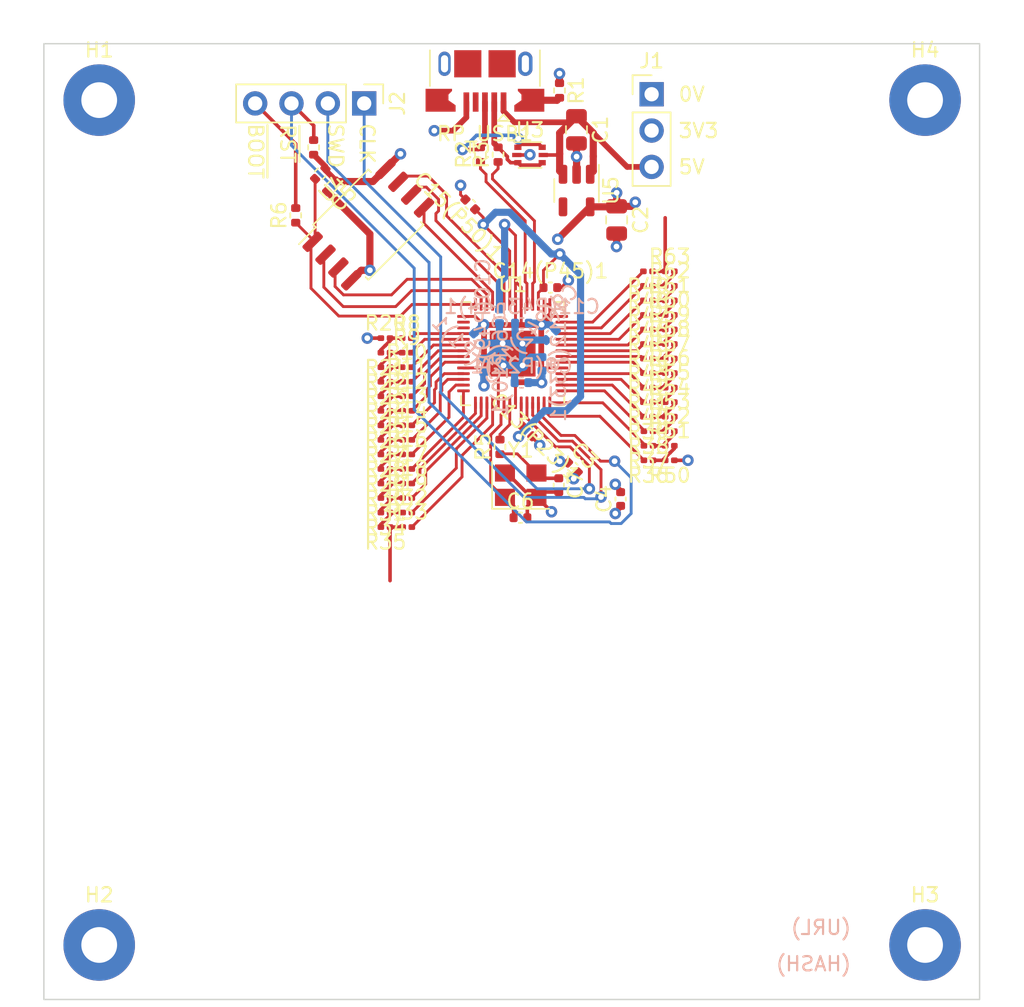
<source format=kicad_pcb>
(kicad_pcb (version 20221018) (generator pcbnew)
  (layers (0 "F.Cu" signal) (1 "In1.Cu" signal) (2 "In2.Cu" signal) (31 "B.Cu" signal) (34 "B.Paste" user) (35 "F.Paste" user) (36 "B.SilkS" user "B.Silkscreen") (37 "F.SilkS" user "F.Silkscreen") (38 "B.Mask" user) (39 "F.Mask" user) (44 "Edge.Cuts" user))
  (net 0 "")
  (net 1 "+5V")
  (net 2 "GND")
  (net 3 "+3V3")
  (net 4 "Net-(U1-XIN)")
  (net 5 "Net-(C7-Pad1)")
  (net 8 "/USB_BOOT")
  (net 9 "/RP_SWCLK")
  (net 10 "/RP_SWD")
  (net 11 "/~{RESET}")
  (net 12 "Net-(RP_USB1-Shield)")
  (net 13 "Net-(RP_USB1-D+)")
  (net 14 "Net-(RP_USB1-D-)")
  (net 15 "Net-(U1-XOUT)")
  (net 16 "/QSPI_CS")
  (net 18 "+1V2")
  (net 19 "/QSPI_DATA[3]")
  (net 20 "/QSPI_SCK")
  (net 21 "/QSPI_DATA[0]")
  (net 22 "/QSPI_DATA[2]")
  (net 23 "/QSPI_DATA[1]")
  (net 24 "/RP_UD+")
  (net 25 "/RP_UD-")
  (net 27 "Net-(R20-Pad2)")
  (net 28 "Net-(U1-GPIO2)")
  (net 29 "Net-(R21-Pad1)")
  (net 30 "Net-(U1-GPIO3)")
  (net 31 "Net-(R10-Pad1)")
  (net 32 "Net-(U1-GPIO4)")
  (net 33 "Net-(R11-Pad1)")
  (net 34 "Net-(U1-GPIO5)")
  (net 35 "Net-(R12-Pad1)")
  (net 36 "Net-(U1-GPIO6)")
  (net 37 "Net-(R13-Pad1)")
  (net 38 "Net-(U1-GPIO7)")
  (net 39 "Net-(R14-Pad1)")
  (net 40 "Net-(U1-GPIO8)")
  (net 41 "Net-(R15-Pad1)")
  (net 42 "Net-(U1-GPIO9)")
  (net 43 "Net-(R16-Pad1)")
  (net 44 "Net-(U1-GPIO10)")
  (net 45 "Net-(R17-Pad1)")
  (net 46 "Net-(U1-GPIO11)")
  (net 47 "Net-(R18-Pad1)")
  (net 48 "Net-(U1-GPIO12)")
  (net 49 "Net-(R19-Pad1)")
  (net 50 "Net-(U1-GPIO13)")
  (net 51 "Net-(R32-Pad1)")
  (net 52 "Net-(U1-GPIO14)")
  (net 53 "/DAC1_OUT")
  (net 54 "Net-(U1-GPIO15)")
  (net 55 "Net-(R36-Pad1)")
  (net 56 "Net-(U1-GPIO16)")
  (net 57 "Net-(R37-Pad1)")
  (net 58 "Net-(U1-GPIO17)")
  (net 59 "Net-(R38-Pad1)")
  (net 60 "Net-(U1-GPIO18)")
  (net 61 "Net-(R39-Pad1)")
  (net 62 "Net-(U1-GPIO19)")
  (net 63 "Net-(R40-Pad1)")
  (net 64 "Net-(U1-GPIO20)")
  (net 65 "Net-(R41-Pad1)")
  (net 66 "Net-(U1-GPIO21)")
  (net 67 "Net-(R42-Pad1)")
  (net 68 "Net-(U1-GPIO22)")
  (net 69 "Net-(R43-Pad1)")
  (net 70 "Net-(U1-GPIO23)")
  (net 71 "Net-(R44-Pad1)")
  (net 72 "Net-(U1-GPIO24)")
  (net 73 "Net-(R45-Pad1)")
  (net 74 "Net-(U1-GPIO25)")
  (net 75 "Net-(R46-Pad1)")
  (net 76 "Net-(U1-GPIO26_ADC0)")
  (net 77 "Net-(R47-Pad1)")
  (net 78 "Net-(U1-GPIO27_ADC1)")
  (net 79 "Net-(R48-Pad1)")
  (net 80 "Net-(U1-GPIO28_ADC2)")
  (net 81 "/DAC2_OUT")
  (net 82 "Net-(U1-GPIO29_ADC3)")
  (footprint "Package_TO_SOT_SMD:SOT-23-5" (layer "F.Cu") (at 158.520588 87.601856 -90)
    (fp_text reference "U5")
    (fp_text value "AP2112K-3.3")
  )
  (footprint "Resistor_SMD:R_0402_1005Metric" (layer "F.Cu") (at 153.163707 105.520206 90)
    (fp_text reference "R5")
    (fp_text value "1K")
  )
  (footprint "Resistor_SMD:R_0201_0603Metric" (layer "F.Cu") (at 146.685 110.109)
    (fp_text reference "R32")
    (fp_text value "1k")
  )
  (footprint "Resistor_SMD:R_0201_0603Metric" (layer "F.Cu") (at 146.685 104.013)
    (fp_text reference "R14")
    (fp_text value "1k")
  )
  (footprint "Resistor_SMD:R_0201_0603Metric" (layer "F.Cu") (at 145.161 107.061 180)
    (fp_text reference "R29")
    (fp_text value "499")
  )
  (footprint "Package_TO_SOT_SMD:SOT-666" (layer "F.Cu") (at 155.266923 85.116162)
    (fp_text reference "U3")
    (fp_text value "USBLC6-2P6")
  )
  (footprint "Resistor_SMD:R_0201_0603Metric" (layer "F.Cu") (at 146.685 107.061)
    (fp_text reference "R17")
    (fp_text value "1k")
  )
  (footprint "Resistor_SMD:R_0201_0603Metric" (layer "F.Cu") (at 165.034 105.44148)
    (fp_text reference "R51")
    (fp_text value "499")
  )
  (footprint "Resistor_SMD:R_0201_0603Metric" (layer "F.Cu") (at 165.034 96.29748)
    (fp_text reference "R60")
    (fp_text value "499")
  )
  (footprint "Resistor_SMD:R_0201_0603Metric" (layer "F.Cu") (at 146.685 101.981)
    (fp_text reference "R12")
    (fp_text value "1k")
  )
  (footprint "Resistor_SMD:R_0201_0603Metric" (layer "F.Cu") (at 165.034 99.34548)
    (fp_text reference "R57")
    (fp_text value "499")
  )
  (footprint "Capacitor_SMD:C_0402_1005Metric" (layer "F.Cu") (at 155.086491 104.4377 -45)
    (fp_text reference "C13(P23)1")
    (fp_text value "100nF")
  )
  (footprint "Resistor_SMD:R_0201_0603Metric" (layer "F.Cu") (at 165.034 95.28148)
    (fp_text reference "R61")
    (fp_text value "499")
  )
  (footprint "Resistor_SMD:R_0201_0603Metric" (layer "F.Cu") (at 163.51 98.32948 180)
    (fp_text reference "R44")
    (fp_text value "1k")
  )
  (footprint "Connector_USB:USB_Micro-B_XKB_U254-051T-4BH83-F1S" (layer "F.Cu") (at 152.115 79.13 180)
    (fp_text reference "RP_USB1")
    (fp_text value "USB_B_Micro")
  )
  (footprint "Resistor_SMD:R_0201_0603Metric" (layer "F.Cu") (at 163.51 95.28148 180)
    (fp_text reference "R47")
    (fp_text value "1k")
  )
  (footprint "Capacitor_SMD:C_0402_1005Metric" (layer "F.Cu") (at 157.276831 108.192976 -90)
    (fp_text reference "C7")
    (fp_text value "35pF")
  )
  (footprint "Resistor_SMD:R_0201_0603Metric" (layer "F.Cu") (at 165.034 93.24948)
    (fp_text reference "R63")
    (fp_text value "499")
  )
  (footprint "Resistor_SMD:R_0201_0603Metric" (layer "F.Cu") (at 165.034 101.37748)
    (fp_text reference "R55")
    (fp_text value "499")
  )
  (footprint "Package_DFN_QFN:QFN-56-1EP_7x7mm_P0.4mm_EP3.2x3.2mm" (layer "F.Cu") (at 154.050703 99)
    (fp_text reference "U1")
    (fp_text value "RP2040")
  )
  (footprint "Connector_PinHeader_2.54mm:PinHeader_1x04_P2.54mm_Vertical" (layer "F.Cu") (at 143.673475 81.510483 -90)
    (fp_text reference "J2")
    (fp_text value "Conn_01x04_Pin")
  )
  (footprint "Resistor_SMD:R_0201_0603Metric" (layer "F.Cu") (at 146.685 109.093)
    (fp_text reference "R19")
    (fp_text value "1k")
  )
  (footprint "Resistor_SMD:R_0402_1005Metric" (layer "F.Cu") (at 157.327362 80.606118 -90)
    (fp_text reference "R1")
    (fp_text value "1M")
  )
  (footprint "Resistor_SMD:R_0201_0603Metric" (layer "F.Cu") (at 163.546 104.425481 180)
    (fp_text reference "R38")
    (fp_text value "1k")
  )
  (footprint "Resistor_SMD:R_0201_0603Metric" (layer "F.Cu") (at 145.161 102.997 180)
    (fp_text reference "R25")
    (fp_text value "499")
  )
  (footprint "Capacitor_SMD:C_0402_1005Metric" (layer "F.Cu") (at 156.686665 94.383775)
    (fp_text reference "C14(P45)1")
    (fp_text value "1uF")
  )
  (footprint "Resistor_SMD:R_0201_0603Metric" (layer "F.Cu") (at 163.51 97.31348 180)
    (fp_text reference "R45")
    (fp_text value "1k")
  )
  (footprint "Connector_PinHeader_2.54mm:PinHeader_1x03_P2.54mm_Vertical" (layer "F.Cu") (at 163.765323 80.86891)
    (fp_text reference "J1")
    (fp_text value "Conn_01x03_Pin")
  )
  (footprint "Resistor_SMD:R_0201_0603Metric" (layer "F.Cu") (at 145.161 97.917)
    (fp_text reference "R20")
    (fp_text value "1k")
  )
  (footprint "Resistor_SMD:R_0402_1005Metric" (layer "F.Cu") (at 140.603839 86.427774 45)
    (fp_text reference "R7" hide)
    (fp_text value "10K")
  )
  (footprint "Capacitor_SMD:C_0805_2012Metric" (layer "F.Cu") (at 161.32136 89.653873 -90)
    (fp_text reference "C2")
    (fp_text value "10uF")
  )
  (footprint "Resistor_SMD:R_0201_0603Metric" (layer "F.Cu") (at 163.51 96.29748 180)
    (fp_text reference "R46")
    (fp_text value "1k")
  )
  (footprint "Resistor_SMD:R_0201_0603Metric" (layer "F.Cu") (at 145.161 105.029 180)
    (fp_text reference "R27")
    (fp_text value "499")
  )
  (footprint "Resistor_SMD:R_0201_0603Metric" (layer "F.Cu") (at 145.161 104.013 180)
    (fp_text reference "R26")
    (fp_text value "499")
  )
  (footprint "Resistor_SMD:R_0201_0603Metric" (layer "F.Cu") (at 146.685 102.997)
    (fp_text reference "R13")
    (fp_text value "1k")
  )
  (footprint "Resistor_SMD:R_0201_0603Metric" (layer "F.Cu") (at 145.161 109.093 180)
    (fp_text reference "R31")
    (fp_text value "499")
  )
  (footprint "Resistor_SMD:R_0201_0603Metric" (layer "F.Cu") (at 146.649 97.917)
    (fp_text reference "R8")
    (fp_text value "1k")
  )
  (footprint "Resistor_SMD:R_0201_0603Metric" (layer "F.Cu") (at 165.034 102.39348)
    (fp_text reference "R54")
    (fp_text value "499")
  )
  (footprint "Resistor_SMD:R_0201_0603Metric" (layer "F.Cu") (at 163.51 101.37748 180)
    (fp_text reference "R41")
    (fp_text value "1k")
  )
  (footprint "Resistor_SMD:R_0201_0603Metric" (layer "F.Cu") (at 163.546 106.457481 180)
    (fp_text reference "R36")
    (fp_text value "1k")
  )
  (footprint "Resistor_SMD:R_0201_0603Metric" (layer "F.Cu") (at 165.034 104.42548)
    (fp_text reference "R52")
    (fp_text value "499")
  )
  (footprint "Resistor_SMD:R_0201_0603Metric" (layer "F.Cu") (at 163.51 102.393481 180)
    (fp_text reference "R40")
    (fp_text value "1k")
  )
  (footprint "Resistor_SMD:R_0201_0603Metric" (layer "F.Cu") (at 145.161 106.045 180)
    (fp_text reference "R28")
    (fp_text value "499")
  )
  (footprint "Resistor_SMD:R_0201_0603Metric" (layer "F.Cu") (at 145.161 100.965 180)
    (fp_text reference "R23")
    (fp_text value "499")
  )
  (footprint "Capacitor_SMD:C_0402_1005Metric" (layer "F.Cu") (at 154.597626 110.470019)
    (fp_text reference "C6")
    (fp_text value "35pF")
  )
  (footprint "Resistor_SMD:R_0201_0603Metric" (layer "F.Cu") (at 165.034 94.26548)
    (fp_text reference "R62")
    (fp_text value "499")
  )
  (footprint "Resistor_SMD:R_0201_0603Metric" (layer "F.Cu") (at 165.034 97.31348)
    (fp_text reference "R59")
    (fp_text value "499")
  )
  (footprint "Resistor_SMD:R_0201_0603Metric" (layer "F.Cu") (at 145.161 98.933 180)
    (fp_text reference "R21")
    (fp_text value "499")
  )
  (footprint "Resistor_SMD:R_0201_0603Metric" (layer "F.Cu") (at 163.51 94.26548 180)
    (fp_text reference "R48")
    (fp_text value "1k")
  )
  (footprint "Resistor_SMD:R_0402_1005Metric" (layer "F.Cu") (at 153.035 85.09 90)
    (fp_text reference "R3")
    (fp_text value "27")
  )
  (footprint "Resistor_SMD:R_0201_0603Metric" (layer "F.Cu") (at 165.034 100.36148)
    (fp_text reference "R56")
    (fp_text value "499")
  )
  (footprint "Resistor_SMD:R_0201_0603Metric" (layer "F.Cu") (at 165.034 98.32948)
    (fp_text reference "R58")
    (fp_text value "499")
  )
  (footprint "Resistor_SMD:R_0201_0603Metric" (layer "F.Cu") (at 146.685 111.125)
    (fp_text reference "R33")
    (fp_text value "1k")
  )
  (footprint "Capacitor_SMD:C_0402_1005Metric" (layer "F.Cu") (at 161.598939 109.161549 90)
    (fp_text reference "C4")
    (fp_text value "100nF")
  )
  (footprint "Resistor_SMD:R_0201_0603Metric" (layer "F.Cu") (at 163.51 93.24948 180)
    (fp_text reference "R49")
    (fp_text value "1k")
  )
  (footprint "Resistor_SMD:R_0201_0603Metric" (layer "F.Cu") (at 145.161 110.109 180)
    (fp_text reference "R34")
    (fp_text value "499")
  )
  (footprint "Capacitor_SMD:C_0402_1005Metric" (layer "F.Cu") (at 151.089206 88.57268 135)
    (fp_text reference "C15(P50)1")
    (fp_text value "100nF")
  )
  (footprint "Resistor_SMD:R_0402_1005Metric" (layer "F.Cu") (at 138.887758 89.335336 90)
    (fp_text reference "R6")
    (fp_text value "1k")
  )
  (footprint "Resistor_SMD:R_0201_0603Metric" (layer "F.Cu") (at 146.685 105.029)
    (fp_text reference "R15")
    (fp_text value "1k")
  )
  (footprint "Resistor_SMD:R_0201_0603Metric" (layer "F.Cu") (at 163.51 103.40948 180)
    (fp_text reference "R39")
    (fp_text value "1k")
  )
  (footprint "Resistor_SMD:R_0201_0603Metric" (layer "F.Cu") (at 145.161 108.077 180)
    (fp_text reference "R30")
    (fp_text value "499")
  )
  (footprint "Capacitor_SMD:C_0402_1005Metric" (layer "F.Cu") (at 141.422061 87.310397 -135)
    (fp_text reference "C5")
    (fp_text value "100nF")
  )
  (footprint "Resistor_SMD:R_0201_0603Metric" (layer "F.Cu") (at 145.161 111.125 180)
    (fp_text reference "R35")
    (fp_text value "499")
  )
  (footprint "MountingHole:MountingHole_2.5mm_Pad" (layer "F.Cu") (at 182.88 81.28)
    (fp_text reference "H4")
    (fp_text value "MountingHole_Pad")
  )
  (footprint "MountingHole:MountingHole_2.5mm_Pad" (layer "F.Cu") (at 125.152037 140.335)
    (fp_text reference "H2")
    (fp_text value "MountingHole_Pad")
  )
  (footprint "Resistor_SMD:R_0201_0603Metric" (layer "F.Cu") (at 146.685 100.965)
    (fp_text reference "R11")
    (fp_text value "1k")
  )
  (footprint "Resistor_SMD:R_0402_1005Metric" (layer "F.Cu") (at 151.800561 85.09 90)
    (fp_text reference "R2")
    (fp_text value "27")
  )
  (footprint "Resistor_SMD:R_0201_0603Metric" (layer "F.Cu") (at 165.034 103.40948)
    (fp_text reference "R53")
    (fp_text value "499")
  )
  (footprint "MountingHole:MountingHole_2.5mm_Pad" (layer "F.Cu") (at 125.152037 81.28)
    (fp_text reference "H1")
    (fp_text value "MountingHole_Pad")
  )
  (footprint "Resistor_SMD:R_0201_0603Metric" (layer "F.Cu") (at 163.51 99.34548 180)
    (fp_text reference "R43")
    (fp_text value "1k")
  )
  (footprint "Resistor_SMD:R_0201_0603Metric" (layer "F.Cu") (at 146.685 108.077)
    (fp_text reference "R18")
    (fp_text value "1k")
  )
  (footprint "Package_SO:SOIC-8_5.23x5.23mm_P1.27mm" (layer "F.Cu") (at 143.96499 89.984938 45)
    (fp_text reference "U4")
    (fp_text value "W25Q128JVS")
  )
  (footprint "Resistor_SMD:R_0201_0603Metric" (layer "F.Cu") (at 146.649 98.933)
    (fp_text reference "R9")
    (fp_text value "1k")
  )
  (footprint "Crystal:Crystal_SMD_3225-4Pin_3.2x2.5mm" (layer "F.Cu") (at 154.6149 108.196724)
    (fp_text reference "Y1")
    (fp_text value "12MHz")
  )
  (footprint "Resistor_SMD:R_0402_1005Metric" (layer "F.Cu") (at 140.140015 84.584527 90)
    (fp_text reference "R4" hide)
    (fp_text value "10K")
  )
  (footprint "Capacitor_SMD:C_0805_2012Metric" (layer "F.Cu") (at 158.512174 83.354654 -90)
    (fp_text reference "C1")
    (fp_text value "10uF")
  )
  (footprint "Resistor_SMD:R_0201_0603Metric" (layer "F.Cu") (at 165.034 106.45748 180)
    (fp_text reference "R50")
    (fp_text value "1k")
  )
  (footprint "Resistor_SMD:R_0201_0603Metric" (layer "F.Cu") (at 145.161 99.949 180)
    (fp_text reference "R22")
    (fp_text value "499")
  )
  (footprint "Capacitor_SMD:C_0402_1005Metric" (layer "F.Cu") (at 158.263153 106.955777 -45)
    (fp_text reference "C3")
    (fp_text value "100nF")
  )
  (footprint "Resistor_SMD:R_0201_0603Metric" (layer "F.Cu") (at 145.161 101.981 180)
    (fp_text reference "R24")
    (fp_text value "499")
  )
  (footprint "Resistor_SMD:R_0201_0603Metric" (layer "F.Cu") (at 163.51 100.361481 180)
    (fp_text reference "R42")
    (fp_text value "1k")
  )
  (footprint "Resistor_SMD:R_0201_0603Metric" (layer "F.Cu") (at 163.546 105.44148 180)
    (fp_text reference "R37")
    (fp_text value "1k")
  )
  (footprint "Resistor_SMD:R_0201_0603Metric" (layer "F.Cu") (at 146.685 106.045)
    (fp_text reference "R16")
    (fp_text value "1k")
  )
  (footprint "MountingHole:MountingHole_2.5mm_Pad" (layer "F.Cu") (at 182.88 140.335)
    (fp_text reference "H3")
    (fp_text value "MountingHole_Pad")
  )
  (footprint "Resistor_SMD:R_0201_0603Metric" (layer "F.Cu") (at 146.649 99.949)
    (fp_text reference "R10")
    (fp_text value "1k")
  )
  (footprint "Capacitor_SMD:C_0402_1005Metric" (layer "B.Cu") (at 154.670968 101.027464 180)
    (fp_text reference "C8(P22)1")
    (fp_text value "100nF")
  )
  (footprint "Capacitor_SMD:C_0402_1005Metric" (layer "B.Cu") (at 156.099483 99.726088 90)
    (fp_text reference "C12(P33)1")
    (fp_text value "100nF")
  )
  (footprint "Capacitor_SMD:C_0402_1005Metric" (layer "B.Cu") (at 151.685218 97.923238 -45)
    (fp_text reference "C7(P1)1")
    (fp_text value "100nF")
  )
  (footprint "Capacitor_SMD:C_0402_1005Metric" (layer "B.Cu") (at 156.731243 97.710964 -135)
    (fp_text reference "C9(P42)1")
    (fp_text value "100nF")
  )
  (footprint "Capacitor_SMD:C_0402_1005Metric" (layer "B.Cu") (at 152.034308 99.829796 90)
    (fp_text reference "C6(P10)1")
    (fp_text value "100nF")
  )
  (footprint "Capacitor_SMD:C_0402_1005Metric" (layer "B.Cu") (at 153.129341 96.38916 -90)
    (fp_text reference "C10(P49)1")
    (fp_text value "100nF")
  )
  (footprint "Capacitor_SMD:C_0402_1005Metric" (layer "B.Cu") (at 154.701271 96.871552 180)
    (fp_text reference "C11(P43n44)1")
    (fp_text value "1uF")
  )
  (gr_rect (start 121.285 77.335) (end 186.69 144.145) (stroke (width 0.1)) (fill none) (layer "Edge.Cuts"))
  (gr_text "(HASH)" (at 177.8 142.24) (layer "B.SilkS") (effects (font (size 1 1)) (justify left bottom mirror)))
  (gr_text "(URL)" (at 177.8 139.7) (layer "B.SilkS") (effects (font (size 1 1)) (justify left bottom mirror)))
  (gr_text "~{BOOT}" (at 135.502539 82.83159 270) (layer "F.SilkS") (effects (font (size 1 1)) (justify left bottom)))
  (gr_text "~{RST}" (at 137.740114 82.877255 -90) (layer "F.SilkS") (effects (font (size 1 1)) (justify left bottom)))
  (gr_text "CLK" (at 143.288387 82.808757 -90) (layer "F.SilkS") (effects (font (size 1 1)) (justify left bottom)))
  (gr_text "3V3" (at 165.567288 83.999456) (layer "F.SilkS") (effects (font (size 1 1)) (justify left bottom)))
  (gr_text "SWD" (at 141.096477 82.83159 -90) (layer "F.SilkS") (effects (font (size 1 1)) (justify left bottom)))
  (gr_text "5V" (at 165.567288 86.539456) (layer "F.SilkS") (effects (font (size 1 1)) (justify left bottom)))
  (gr_text "0V" (at 165.567288 81.459456) (layer "F.SilkS") (effects (font (size 1 1)) (justify left bottom)))
  (segment (start 162.05643 85.94891) (end 163.765323 85.94891) (width 0.4) (layer "F.Cu") (net 1))
  (segment (start 159.637174 86.297774) (end 159.687174 86.247774) (width 0.5) (layer "F.Cu") (net 1))
  (segment (start 157.251652 85.116162) (end 157.337174 85.03064) (width 0.25) (layer "F.Cu") (net 1))
  (segment (start 159.72029 85.178168) (end 159.687174 85.211284) (width 0.25) (layer "F.Cu") (net 1))
  (segment (start 157.337174 85.03064) (end 157.337174 86.230944) (width 0.5) (layer "F.Cu") (net 1))
  (segment (start 157.337174 83.579653) (end 157.337174 85.03064) (width 0.5) (layer "F.Cu") (net 1))
  (segment (start 154.179826 82.829193) (end 158.087635 82.829193) (width 0.4) (layer "F.Cu") (net 1))
  (segment (start 157.251327 85.116487) (end 157.337174 85.03064) (width 0.25) (layer "F.Cu") (net 1))
  (segment (start 158.512173 82.404654) (end 157.337174 83.579653) (width 0.5) (layer "F.Cu") (net 1))
  (segment (start 157.337174 86.230944) (end 157.570588 86.464358) (width 0.5) (layer "F.Cu") (net 1))
  (segment (start 158.087635 82.829193) (end 158.512174 82.404654) (width 0.4) (layer "F.Cu") (net 1))
  (segment (start 159.637174 86.297774) (end 159.470589 86.464358) (width 0.4) (layer "F.Cu") (net 1))
  (segment (start 159.687174 85.211284) (end 159.687174 83.579655) (width 0.5) (layer "F.Cu") (net 1))
  (segment (start 156.191923 85.116162) (end 157.251652 85.116162) (width 0.25) (layer "F.Cu") (net 1))
  (segment (start 159.687174 83.579655) (end 158.512173 82.404654) (width 0.5) (layer "F.Cu") (net 1))
  (segment (start 159.687174 86.247774) (end 159.687174 85.211284) (width 0.5) (layer "F.Cu") (net 1))
  (segment (start 153.415 82.064367) (end 153.415 81.415) (width 0.4) (layer "F.Cu") (net 1))
  (segment (start 154.179826 82.829193) (end 153.415 82.064367) (width 0.4) (layer "F.Cu") (net 1))
  (segment (start 158.512174 82.404654) (end 162.05643 85.94891) (width 0.4) (layer "F.Cu") (net 1))
  (segment (start 149.888834 83.416166) (end 148.574679 83.416166) (width 0.4) (layer "F.Cu") (net 2))
  (segment (start 155.077626 110.470019) (end 155.077626 109.683998) (width 0.25) (layer "F.Cu") (net 2))
  (segment (start 154.050703 99) (end 154.050703 99.132866) (width 0.25) (layer "F.Cu") (net 2))
  (segment (start 141.08265 87.649808) (end 144.072411 90.639569) (width 0.5) (layer "F.Cu") (net 2))
  (segment (start 154.820248 108.513745) (end 153.653227 107.346724) (width 0.25) (layer "F.Cu") (net 2))
  (segment (start 161.598939 108.681549) (end 161.598939 108.505898) (width 0.25) (layer "F.Cu") (net 2))
  (segment (start 153.050703 102.4375) (end 153.050703 100.187297) (width 0.2) (layer "F.Cu") (net 2))
  (segment (start 157.327362 79.42501) (end 157.327362 80.096118) (width 0.5) (layer "F.Cu") (net 2))
  (segment (start 158.602564 107.295188) (end 158.602564 107.46265) (width 0.25) (layer "F.Cu") (net 2))
  (segment (start 150.815 81.415) (end 150.815 82.49) (width 0.4) (layer "F.Cu") (net 2))
  (segment (start 154.050703 99) (end 154.050703 98.983781) (width 0.25) (layer "F.Cu") (net 2))
  (segment (start 143.469705 93.1743) (end 144.072411 93.1743) (width 0.5) (layer "F.Cu") (net 2))
  (segment (start 154.820248 108.513745) (end 155.353227 109.046724) (width 0.25) (layer "F.Cu") (net 2))
  (segment (start 153.050703 100.187297) (end 153.410387 99.827613) (width 0.2) (layer "F.Cu") (net 2))
  (segment (start 157.166665 94.383775) (end 157.439198 94.383775) (width 0.2) (layer "F.Cu") (net 2))
  (segment (start 154.050703 98.983781) (end 154.737309 98.297175) (width 0.25) (layer "F.Cu") (net 2))
  (segment (start 142.766444 93.877561) (end 143.469705 93.1743) (width 0.5) (layer "F.Cu") (net 2))
  (segment (start 155.762964 109.046724) (end 156.768818 110.052578) (width 0.25) (layer "F.Cu") (net 2))
  (segment (start 156.088648 108.672976) (end 155.7149 109.046724) (width 0.25) (layer "F.Cu") (net 2))
  (segment (start 165.354 106.457481) (end 166.304 106.45748) (width 0.25) (layer "F.Cu") (net 2))
  (segment (start 155.425902 104.879075) (end 155.944686 105.397859) (width 0.2) (layer "F.Cu") (net 2))
  (segment (start 161.32136 90.603872) (end 161.32136 91.505357) (width 0.5) (layer "F.Cu") (net 2))
  (segment (start 153.653227 107.346724) (end 153.5149 107.346724) (width 0.25) (layer "F.Cu") (net 2))
  (segment (start 155.7149 109.046724) (end 155.762964 109.046724) (width 0.25) (layer "F.Cu") (net 2))
  (segment (start 150.815 82.49) (end 149.888834 83.416166) (width 0.4) (layer "F.Cu") (net 2))
  (segment (start 158.602564 107.46265) (end 158.319646 107.745568) (width 0.25) (layer "F.Cu") (net 2))
  (segment (start 158.520588 85.229695) (end 158.52059 85.229695) (width 0.4) (layer "F.Cu") (net 2))
  (segment (start 161.32136 91.505357) (end 161.309695 91.517022) (width 0.5) (layer "F.Cu") (net 2))
  (segment (start 155.077626 109.683998) (end 155.7149 109.046724) (width 0.25) (layer "F.Cu") (net 2))
  (segment (start 150.411657 87.237974) (end 150.411657 87.895131) (width 0.2) (layer "F.Cu") (net 2))
  (segment (start 154.050703 99.132866) (end 154.74545 99.827613) (width 0.25) (layer "F.Cu") (net 2))
  (segment (start 158.520588 86.464356) (end 158.520588 85.229695) (width 0.5) (layer "F.Cu") (net 2))
  (segment (start 157.439198 94.383775) (end 157.947429 93.875544) (width 0.2) (layer "F.Cu") (net 2))
  (segment (start 154.050703 99) (end 154.050703 99.187297) (width 0.25) (layer "F.Cu") (net 2))
  (segment (start 154.050703 99.187297) (end 153.410387 99.827613) (width 0.25) (layer "F.Cu") (net 2))
  (segment (start 161.598939 108.505898) (end 161.226118 108.133077) (width 0.25) (layer "F.Cu") (net 2))
  (segment (start 158.512173 85.221277) (end 158.52059 85.229695) (width 0.4) (layer "F.Cu") (net 2))
  (segment (start 155.238095 85.116162) (end 155.25836 85.095897) (width 0.25) (layer "F.Cu") (net 2))
  (segment (start 154.341923 85.116162) (end 155.238095 85.116162) (width 0.25) (layer "F.Cu") (net 2))
  (segment (start 155.425902 104.777111) (end 155.425902 104.879075) (width 0.2) (layer "F.Cu") (net 2))
  (segment (start 155.353227 109.046724) (end 155.7149 109.046724) (width 0.25) (layer "F.Cu") (net 2))
  (segment (start 144.072411 90.639569) (end 144.072411 93.1743) (width 0.5) (layer "F.Cu") (net 2))
  (segment (start 157.276831 108.672976) (end 156.088648 108.672976) (width 0.25) (layer "F.Cu") (net 2))
  (segment (start 158.512175 84.304654) (end 158.512173 85.221277) (width 0.5) (layer "F.Cu") (net 2))
  (segment (start 154.050703 99) (end 154.050703 98.978195) (width 0.25) (layer "F.Cu") (net 2))
  (segment (start 144.841 97.917) (end 143.891 97.917) (width 0.25) (layer "F.Cu") (net 2))
  (segment (start 154.050703 98.978195) (end 153.353402 98.280894) (width 0.25) (layer "F.Cu") (net 2))
  (segment (start 150.411657 87.895131) (end 150.749795 88.233269) (width 0.2) (layer "F.Cu") (net 2))
  (via (at 157.327362 79.42501) (size 0.8) (drill 0.4) (layers "F.Cu" "B.Cu") (net 2))
  (via (at 157.947429 93.875544) (size 0.8) (drill 0.4) (layers "F.Cu" "B.Cu") (net 2))
  (via (at 166.304 106.45748) (size 0.8) (drill 0.4) (layers "F.Cu" "B.Cu") (net 2))
  (via (at 158.52059 85.229695) (size 0.8) (drill 0.4) (layers "F.Cu" "B.Cu") (net 2))
  (via (at 161.226118 108.133077) (size 0.8) (drill 0.4) (layers "F.Cu" "B.Cu") (net 2))
  (via (at 156.768818 110.052578) (size 0.8) (drill 0.4) (layers "F.Cu" "B.Cu") (net 2))
  (via (at 150.411657 87.237974) (size 0.8) (drill 0.4) (layers "F.Cu" "B.Cu") (net 2))
  (via (at 155.944686 105.397859) (size 0.8) (drill 0.4) (layers "F.Cu" "B.Cu") (net 2))
  (via (at 153.410387 99.827613) (size 0.8) (drill 0.4) (layers "F.Cu" "B.Cu") (net 2))
  (via (at 144.072411 93.1743) (size 0.8) (drill 0.4) (layers "F.Cu" "B.Cu") (net 2))
  (via (at 153.353402 98.280894) (size 0.8) (drill 0.4) (layers "F.Cu" "B.Cu") (net 2))
  (via (at 161.309695 91.517022) (size 0.8) (drill 0.4) (layers "F.Cu" "B.Cu") (net 2))
  (via (at 155.25836 85.095897) (size 0.8) (drill 0.4) (layers "F.Cu" "B.Cu") (net 2))
  (via (at 154.74545 99.827613) (size 0.8) (drill 0.4) (layers "F.Cu" "B.Cu") (net 2))
  (via (at 154.737309 98.297175) (size 0.8) (drill 0.4) (layers "F.Cu" "B.Cu") (net 2))
  (via (at 148.574679 83.416166) (size 0.8) (drill 0.4) (layers "F.Cu" "B.Cu") (net 2))
  (via (at 143.891 97.917) (size 0.8) (drill 0.4) (layers "F.Cu" "B.Cu") (net 2))
  (via (at 158.319646 107.745568) (size 0.8) (drill 0.4) (layers "F.Cu" "B.Cu") (net 2))
  (segment (start 156.391832 98.050375) (end 154.984109 98.050375) (width 0.5) (layer "B.Cu") (net 2))
  (segment (start 152.93257 99.349796) (end 153.410387 99.827613) (width 0.5) (layer "B.Cu") (net 2))
  (segment (start 154.221271 96.871552) (end 154.221271 97.781137) (width 0.5) (layer "B.Cu") (net 2))
  (segment (start 155.326975 99.246088) (end 154.74545 99.827613) (width 0.5) (layer "B.Cu") (net 2))
  (segment (start 156.099483 99.246088) (end 155.326975 99.246088) (width 0.5) (layer "B.Cu") (net 2))
  (segment (start 154.74545 99.827613) (end 153.410387 99.827613) (width 0.5) (layer "B.Cu") (net 2))
  (segment (start 153.129341 96.86916) (end 153.129341 98.056833) (width 0.5) (layer "B.Cu") (net 2))
  (segment (start 153.353402 98.280894) (end 154.721028 98.280894) (width 0.5) (layer "B.Cu") (net 2))
  (segment (start 154.984109 98.050375) (end 154.737309 98.297175) (width 0.5) (layer "B.Cu") (net 2))
  (segment (start 152.2845 99.349796) (end 153.353402 98.280894) (width 0.5) (layer "B.Cu") (net 2))
  (segment (start 153.129341 98.056833) (end 153.353402 98.280894) (width 0.5) (layer "B.Cu") (net 2))
  (segment (start 154.737309 99.819472) (end 154.74545 99.827613) (width 0.25) (layer "B.Cu") (net 2))
  (segment (start 153.353402 99.770628) (end 153.410387 99.827613) (width 0.25) (layer "B.Cu") (net 2))
  (segment (start 154.190968 100.382095) (end 154.74545 99.827613) (width 0.5) (layer "B.Cu") (net 2))
  (segment (start 152.034308 99.349796) (end 152.93257 99.349796) (width 0.5) (layer "B.Cu") (net 2))
  (segment (start 154.190968 101.027464) (end 154.190968 100.382095) (width 0.5) (layer "B.Cu") (net 2))
  (segment (start 152.024629 98.262649) (end 153.335157 98.262649) (width 0.5) (layer "B.Cu") (net 2))
  (segment (start 154.721028 98.280894) (end 154.737309 98.297175) (width 0.25) (layer "B.Cu") (net 2))
  (segment (start 153.353402 98.280894) (end 153.353402 99.770628) (width 0.5) (layer "B.Cu") (net 2))
  (segment (start 154.737309 98.297175) (end 154.737309 99.819472) (width 0.5) (layer "B.Cu") (net 2))
  (segment (start 153.335157 98.262649) (end 153.353402 98.280894) (width 0.5) (layer "B.Cu") (net 2))
  (segment (start 154.221271 97.781137) (end 154.737309 98.297175) (width 0.5) (layer "B.Cu") (net 2))
  (segment (start 152.034308 99.349796) (end 152.2845 99.349796) (width 0.5) (layer "B.Cu") (net 2))
  (segment (start 162.623043 88.419367) (end 162.338537 88.703873) (width 0.5) (layer "F.Cu") (net 3))
  (segment (start 151.450703 96.4) (end 152.026791 96.976088) (width 0.2) (layer "F.Cu") (net 3))
  (segment (start 154.250703 96.990809) (end 154.241512 97) (width 0.2) (layer "F.Cu") (net 3))
  (segment (start 154.250703 93.966592) (end 154.250703 90.733526) (width 0.2) (layer "F.Cu") (net 3))
  (segment (start 156.250703 95.5625) (end 156.650703 95.5625) (width 0.2) (layer "F.Cu") (net 3))
  (segment (start 145.163536 86.083967) (end 146.211257 85.036246) (width 0.5) (layer "F.Cu") (net 3))
  (segment (start 154.246543 101.0279) (end 154.246543 101.199502) (width 0.4) (layer "F.Cu") (net 3))
  (segment (start 152.050703 97) (end 152.050703 99.06) (width 0.4) (layer "F.Cu") (net 3))
  (segment (start 156.066661 100) (end 156.050703 99.984042) (width 0.2) (layer "F.Cu") (net 3))
  (segment (start 156.050703 97) (end 154.653843 97) (width 0.4) (layer "F.Cu") (net 3))
  (segment (start 161.285877 88.739356) (end 161.32136 88.703873) (width 0.5) (layer "F.Cu") (net 3))
  (segment (start 154.250703 101.203662) (end 154.246543 101.199502) (width 0.2) (layer "F.Cu") (net 3))
  (segment (start 152.050703 97) (end 152.026791 96.976088) (width 0.4) (layer "F.Cu") (net 3))
  (segment (start 161.598939 109.641549) (end 161.598939 109.804344) (width 0.25) (layer "F.Cu") (net 3))
  (segment (start 150.613203 100) (end 151.96126 100) (width 0.2) (layer "F.Cu") (net 3))
  (segment (start 144.284865 86.970986) (end 145.163536 86.092315) (width 0.5) (layer "F.Cu") (net 3))
  (segment (start 154.650703 96.99686) (end 154.653843 97) (width 0.2) (layer "F.Cu") (net 3))
  (segment (start 152.050703 99.910557) (end 152.050703 101.250703) (width 0.4) (layer "F.Cu") (net 3))
  (segment (start 156.050703 101) (end 156.074615 101.023912) (width 0.4) (layer "F.Cu") (net 3))
  (segment (start 140.964463 85.918975) (end 140.140015 85.094527) (width 0.4) (layer "F.Cu") (net 3))
  (segment (start 140.964463 86.06715) (end 140.964463 85.918975) (width 0.4) (layer "F.Cu") (net 3))
  (segment (start 159.470588 88.739356) (end 161.285877 88.739356) (width 0.5) (layer "F.Cu") (net 3))
  (segment (start 154.250703 90.733526) (end 153.488642 89.971465) (width 0.2) (layer "F.Cu") (net 3))
  (segment (start 156.650703 95.5625) (end 156.650703 96.4) (width 0.2) (layer "F.Cu") (net 3))
  (segment (start 156.250703 96.8) (end 156.074615 96.976088) (width 0.2) (layer "F.Cu") (net 3))
  (segment (start 154.650703 94.366592) (end 154.250703 93.966592) (width 0.2) (layer "F.Cu") (net 3))
  (segment (start 156.250703 95.5625) (end 156.250703 96.8) (width 0.2) (layer "F.Cu") (net 3))
  (segment (start 156.050703 99.984042) (end 156.050703 97) (width 0.4) (layer "F.Cu") (net 3))
  (segment (start 140.964463 86.173977) (end 141.761472 86.970986) (width 0.4) (layer "F.Cu") (net 3))
  (segment (start 141.761472 86.970986) (end 144.284865 86.970986) (width 0.5) (layer "F.Cu") (net 3))
  (segment (start 154.650703 95.5625) (end 154.650703 96.99686) (width 0.2) (layer "F.Cu") (net 3))
  (segment (start 159.467248 88.739356) (end 157.201813 91.004791) (width 0.5) (layer "F.Cu") (net 3))
  (segment (start 154.250703 95.5625) (end 154.250703 93.966592) (width 0.2) (layer "F.Cu") (net 3))
  (segment (start 154.274443 101) (end 156.050703 101) (width 0.4) (layer "F.Cu") (net 3))
  (segment (start 156.050703 97) (end 156.074615 96.976088) (width 0.4) (layer "F.Cu") (net 3))
  (segment (start 161.598939 109.804344) (end 161.226118 110.177165) (width 0.25) (layer "F.Cu") (net 3))
  (segment (start 157.923742 106.616366) (end 157.428265 106.616366) (width 0.25) (layer "F.Cu") (net 3))
  (segment (start 159.470588 88.739356) (end 159.467248 88.739356) (width 0.5) (layer "F.Cu") (net 3))
  (segment (start 161.291 88.734234) (end 161.321363 88.703872) (width 0.4) (layer "F.Cu") (net 3))
  (segment (start 157.488203 96.4) (end 156.650703 96.4) (width 0.2) (layer "F.Cu") (net 3))
  (segment (start 151.96126 100) (end 152.050703 99.910557) (width 0.2) (layer "F.Cu") (net 3))
  (segment (start 156.650703 96.4) (end 156.074615 96.976088) (width 0.5) (layer "F.Cu") (net 3))
  (segment (start 157.488203 100) (end 156.066661 100) (width 0.2) (layer "F.Cu") (net 3))
  (segment (start 140.964463 86.06715) (end 140.964463 86.173977) (width 0.4) (layer "F.Cu") (net 3))
  (segment (start 154.250703 95.5625) (end 154.250703 96.990809) (width 0.2) (layer "F.Cu") (net 3))
  (segment (start 154.274443 101) (end 154.246543 101.0279) (width 0.4) (layer "F.Cu") (net 3))
  (segment (start 154.241512 97) (end 152.181406 97) (width 0.4) (layer "F.Cu") (net 3))
  (segment (start 152.050703 101.250703) (end 152.050696 101.250703) (width 0.4) (layer "F.Cu") (net 3))
  (segment (start 145.163536 86.092315) (end 145.163536 86.083967) (width 0.5) (layer "F.Cu") (net 3))
  (segment (start 152.050696 101.250703) (end 152.049375 101.252024) (width 0.4) (layer "F.Cu") (net 3))
  (segment (start 157.428265 106.616366) (end 157.337531 106.525632) (width 0.25) (layer "F.Cu") (net 3))
  (segment (start 150.613203 96.4) (end 151.450703 96.4) (width 0.2) (layer "F.Cu") (net 3))
  (segment (start 161.32136 88.703873) (end 161.32136 87.755756) (width 0.5) (layer "F.Cu") (net 3))
  (segment (start 162.338537 88.703873) (end 161.32136 88.703873) (width 0.5) (layer "F.Cu") (net 3))
  (segment (start 152.181406 97) (end 152.050703 97) (width 0.4) (layer "F.Cu") (net 3))
  (segment (start 154.650703 95.5625) (end 154.650703 94.366592) (width 0.2) (layer "F.Cu") (net 3))
  (segment (start 154.250703 102.4375) (end 154.250703 101.203662) (width 0.2) (layer "F.Cu") (net 3))
  (segment (start 154.653843 97) (end 154.241512 97) (width 0.4) (layer "F.Cu") (net 3))
  (segment (start 152.050703 99.06) (end 152.050703 99.910557) (width 0.4) (layer "F.Cu") (net 3))
  (segment (start 156.050703 101) (end 156.050703 99.984042) (width 0.4) (layer "F.Cu") (net 3))
  (via (at 152.049375 101.252024) (size 0.8) (drill 0.4) (layers "F.Cu" "B.Cu") (net 3))
  (via (at 161.32136 87.755756) (size 0.8) (drill 0.4) (layers "F.Cu" "B.Cu") (net 3))
  (via (at 157.337531 106.525632) (size 0.8) (drill 0.4) (layers "F.Cu" "B.Cu") (net 3))
  (via (at 156.074615 96.976088) (size 0.8) (drill 0.4) (layers "F.Cu" "B.Cu") (net 3))
  (via (at 161.226118 110.177165) (size 0.8) (drill 0.4) (layers "F.Cu" "B.Cu") (net 3))
  (via (at 162.623043 88.419367) (size 0.8) (drill 0.4) (layers "F.Cu" "B.Cu") (net 3))
  (via (at 152.026791 96.976088) (size 0.8) (drill 0.4) (layers "F.Cu" "B.Cu") (net 3))
  (via (at 146.211257 85.036246) (size 0.8) (drill 0.4) (layers "F.Cu" "B.Cu") (net 3))
  (via (at 153.488642 89.971465) (size 0.8) (drill 0.4) (layers "F.Cu" "B.Cu") (net 3))
  (via (at 157.201813 91.004791) (size 0.8) (drill 0.4) (layers "F.Cu" "B.Cu") (net 3))
  (via (at 156.074615 101.023912) (size 0.8) (drill 0.4) (layers "F.Cu" "B.Cu") (net 3))
  (segment (start 151.419052 97.583827) (end 152.026791 96.976088) (width 0.5) (layer "B.Cu") (net 3))
  (segment (start 151.345807 97.583827) (end 151.419052 97.583827) (width 0.5) (layer "B.Cu") (net 3))
  (segment (start 157.070654 97.371553) (end 156.675189 96.976088) (width 0.5) (layer "B.Cu") (net 3))
  (segment (start 155.970079 96.871552) (end 156.074615 96.976088) (width 0.5) (layer "B.Cu") (net 3))
  (segment (start 156.675189 96.976088) (end 156.074615 96.976088) (width 0.5) (layer "B.Cu") (net 3))
  (segment (start 155.181271 96.871552) (end 155.970079 96.871552) (width 0.5) (layer "B.Cu") (net 3))
  (segment (start 153.129341 95.90916) (end 153.129341 94.030856) (width 0.5) (layer "B.Cu") (net 3))
  (segment (start 156.099483 100.206088) (end 156.099483 100.999044) (width 0.5) (layer "B.Cu") (net 3))
  (segment (start 153.488642 93.671555) (end 153.129341 94.030856) (width 0.5) (layer "B.Cu") (net 3))
  (segment (start 152.034308 101.236957) (end 152.049375 101.252024) (width 0.5) (layer "B.Cu") (net 3))
  (segment (start 156.099483 100.999044) (end 156.074615 101.023912) (width 0.5) (layer "B.Cu") (net 3))
  (segment (start 156.071063 101.027464) (end 156.074615 101.023912) (width 0.5) (layer "B.Cu") (net 3))
  (segment (start 153.488642 89.971465) (end 153.488642 93.671555) (width 0.5) (layer "B.Cu") (net 3))
  (segment (start 152.034308 100.309796) (end 152.034308 101.236957) (width 0.5) (layer "B.Cu") (net 3))
  (segment (start 155.150968 101.027464) (end 156.071063 101.027464) (width 0.5) (layer "B.Cu") (net 3))
  (segment (start 152.5149 104.984966) (end 152.5149 108.146724) (width 0.2) (layer "F.Cu") (net 4))
  (segment (start 153.4149 109.046724) (end 153.5149 109.046724) (width 0.2) (layer "F.Cu") (net 4))
  (segment (start 154.117626 109.64945) (end 153.5149 109.046724) (width 0.25) (layer "F.Cu") (net 4))
  (segment (start 154.117626 110.470019) (end 154.117626 109.64945) (width 0.25) (layer "F.Cu") (net 4))
  (segment (start 153.450703 102.4375) (end 153.450703 103.048933) (width 0.2) (layer "F.Cu") (net 4))
  (segment (start 153.450703 103.048933) (end 153.23677 103.262866) (width 0.2) (layer "F.Cu") (net 4))
  (segment (start 153.23677 103.262866) (end 153.23677 103.956055) (width 0.2) (layer "F.Cu") (net 4))
  (segment (start 153.23677 103.956055) (end 152.520817 104.672008) (width 0.2) (layer "F.Cu") (net 4))
  (segment (start 152.5149 108.146724) (end 153.4149 109.046724) (width 0.2) (layer "F.Cu") (net 4))
  (segment (start 152.520817 104.672008) (end 152.520817 104.979049) (width 0.2) (layer "F.Cu") (net 4))
  (segment (start 152.520817 104.979049) (end 152.5149 104.984966) (width 0.2) (layer "F.Cu") (net 4))
  (segment (start 156.081152 107.712976) (end 155.7149 107.346724) (width 0.25) (layer "F.Cu") (net 5))
  (segment (start 153.188464 106.005449) (end 153.163707 106.030206) (width 0.2) (layer "F.Cu") (net 5))
  (segment (start 155.7149 107.346724) (end 154.373625 106.005449) (width 0.2) (layer "F.Cu") (net 5))
  (segment (start 154.373625 106.005449) (end 153.188464 106.005449) (width 0.2) (layer "F.Cu") (net 5))
  (segment (start 157.276831 107.712976) (end 156.081152 107.712976) (width 0.25) (layer "F.Cu") (net 5))
  (segment (start 138.887758 88.825336) (end 138.887758 84.344766) (width 0.25) (layer "F.Cu") (net 8))
  (segment (start 138.887758 84.344766) (end 136.053475 81.510483) (width 0.25) (layer "F.Cu") (net 8))
  (segment (start 157.054399 105.517622) (end 158.067018 105.517622) (width 0.2) (layer "F.Cu") (net 9))
  (segment (start 155.076019 103.539242) (end 157.054399 105.517622) (width 0.2) (layer "F.Cu") (net 9))
  (segment (start 158.067018 105.517622) (end 159.413955 106.864559) (width 0.2) (layer "F.Cu") (net 9))
  (segment (start 159.413955 106.864559) (end 159.413955 108.445068) (width 0.2) (layer "F.Cu") (net 9))
  (segment (start 155.050703 103.539242) (end 155.076019 103.539242) (width 0.2) (layer "F.Cu") (net 9))
  (segment (start 155.050703 102.4375) (end 155.050703 103.539242) (width 0.2) (layer "F.Cu") (net 9))
  (via (at 159.413955 108.445068) (size 0.8) (drill 0.4) (layers "F.Cu" "B.Cu") (net 9))
  (segment (start 155.752292 108.445068) (end 149.022074 101.71485) (width 0.2) (layer "B.Cu") (net 9))
  (segment (start 143.673475 86.889623) (end 143.673475 81.510483) (width 0.2) (layer "B.Cu") (net 9))
  (segment (start 149.022074 101.71485) (end 149.022074 92.238222) (width 0.2) (layer "B.Cu") (net 9))
  (segment (start 149.022074 92.238222) (end 143.673475 86.889623) (width 0.2) (layer "B.Cu") (net 9))
  (segment (start 159.413955 108.445068) (end 155.752292 108.445068) (width 0.2) (layer "B.Cu") (net 9))
  (segment (start 155.450703 103.301347) (end 157.266978 105.117622) (width 0.2) (layer "F.Cu") (net 10))
  (segment (start 155.450703 102.4375) (end 155.450703 103.301347) (width 0.2) (layer "F.Cu") (net 10))
  (segment (start 157.266978 105.117622) (end 158.232704 105.117622) (width 0.2) (layer "F.Cu") (net 10))
  (segment (start 160.228362 107.11328) (end 160.228362 109.024505) (width 0.2) (layer "F.Cu") (net 10))
  (segment (start 158.232704 105.117622) (end 160.228362 107.11328) (width 0.2) (layer "F.Cu") (net 10))
  (via (at 160.228362 109.024505) (size 0.8) (drill 0.4) (layers "F.Cu" "B.Cu") (net 10))
  (segment (start 154.855128 109.050505) (end 148.209841 102.405218) (width 0.2) (layer "B.Cu") (net 10))
  (segment (start 160.228362 109.024505) (end 160.107799 109.145068) (width 0.2) (layer "B.Cu") (net 10))
  (segment (start 159.029442 109.050505) (end 154.855128 109.050505) (width 0.2) (layer "B.Cu") (net 10))
  (segment (start 141.133475 85.565649) (end 141.133475 81.510483) (width 0.2) (layer "B.Cu") (net 10))
  (segment (start 148.209841 102.405218) (end 148.209841 92.62053) (width 0.2) (layer "B.Cu") (net 10))
  (segment (start 159.124005 109.145068) (end 159.029442 109.050505) (width 0.2) (layer "B.Cu") (net 10))
  (segment (start 148.188356 92.62053) (end 141.133475 85.565649) (width 0.2) (layer "B.Cu") (net 10))
  (segment (start 160.107799 109.145068) (end 159.124005 109.145068) (width 0.2) (layer "B.Cu") (net 10))
  (segment (start 148.209841 92.62053) (end 148.188356 92.62053) (width 0.2) (layer "B.Cu") (net 10))
  (segment (start 160.198169 106.517401) (end 158.39839 104.717622) (width 0.2) (layer "F.Cu") (net 11))
  (segment (start 140.148961 83.065969) (end 140.148961 84.065581) (width 0.25) (layer "F.Cu") (net 11))
  (segment (start 161.177732 106.517401) (end 160.198169 106.517401) (width 0.2) (layer "F.Cu") (net 11))
  (segment (start 138.593475 81.510483) (end 140.148961 83.065969) (width 0.25) (layer "F.Cu") (net 11))
  (segment (start 157.432664 104.717622) (end 155.850703 103.135661) (width 0.2) (layer "F.Cu") (net 11))
  (segment (start 155.850703 103.135661) (end 155.850703 102.4375) (width 0.2) (layer "F.Cu") (net 11))
  (segment (start 158.39839 104.717622) (end 157.432664 104.717622) (width 0.2) (layer "F.Cu") (net 11))
  (segment (start 140.148961 84.065581) (end 140.140015 84.074527) (width 0.25) (layer "F.Cu") (net 11))
  (via (at 161.177732 106.517401) (size 0.8) (drill 0.4) (layers "F.Cu" "B.Cu") (net 11))
  (segment (start 155.018662 110.762028) (end 160.821031 110.762028) (width 0.2) (layer "B.Cu") (net 11))
  (segment (start 147.170044 93.027718) (end 147.170044 102.91341) (width 0.2) (layer "B.Cu") (net 11))
  (segment (start 147.170044 102.91341) (end 155.018662 110.762028) (width 0.2) (layer "B.Cu") (net 11))
  (segment (start 162.334938 107.674607) (end 161.177732 106.517401) (width 0.2) (layer "B.Cu") (net 11))
  (segment (start 138.593475 84.451149) (end 147.170044 93.027718) (width 0.2) (layer "B.Cu") (net 11))
  (segment (start 138.593475 81.510483) (end 138.593475 84.451149) (width 0.2) (layer "B.Cu") (net 11))
  (segment (start 160.936168 110.877165) (end 161.632852 110.877165) (width 0.2) (layer "B.Cu") (net 11))
  (segment (start 160.821031 110.762028) (end 160.936168 110.877165) (width 0.2) (layer "B.Cu") (net 11))
  (segment (start 162.334938 110.175079) (end 162.334938 107.674607) (width 0.2) (layer "B.Cu") (net 11))
  (segment (start 161.632852 110.877165) (end 162.334938 110.175079) (width 0.2) (layer "B.Cu") (net 11))
  (segment (start 155.215 81.29) (end 157.15348 81.29) (width 0.5) (layer "F.Cu") (net 12))
  (segment (start 157.15348 81.29) (end 157.327362 81.116118) (width 0.5) (layer "F.Cu") (net 12))
  (segment (start 154.448603 84.546982) (end 154.416923 84.578662) (width 0.25) (layer "F.Cu") (net 13))
  (segment (start 151.800561 84.58) (end 152.115 84.265561) (width 0.4) (layer "F.Cu") (net 13))
  (segment (start 152.115 84.265561) (end 152.115 83.500467) (width 0.4) (layer "F.Cu") (net 13))
  (segment (start 154.416923 84.578662) (end 154.624188 84.371397) (width 0.25) (layer "F.Cu") (net 13))
  (segment (start 155.909658 84.371397) (end 156.116923 84.578662) (width 0.25) (layer "F.Cu") (net 13))
  (segment (start 151.647962 84.732599) (end 151.800561 84.58) (width 0.25) (layer "F.Cu") (net 13))
  (segment (start 154.448603 83.976639) (end 154.448603 84.546982) (width 0.25) (layer "F.Cu") (net 13))
  (segment (start 152.115 83.500467) (end 152.115 81.415) (width 0.4) (layer "F.Cu") (net 13))
  (segment (start 150.541791 84.732599) (end 151.647962 84.732599) (width 0.25) (layer "F.Cu") (net 13))
  (segment (start 154.624188 84.371397) (end 155.909658 84.371397) (width 0.25) (layer "F.Cu") (net 13))
  (via (at 150.541791 84.732599) (size 0.8) (drill 0.4) (layers "F.Cu" "B.Cu") (net 13))
  (via (at 154.448603 83.976639) (size 0.8) (drill 0.4) (layers "F.Cu" "B.Cu") (net 13))
  (segment (start 150.541791 84.732599) (end 151.53416 83.74023) (width 0.25) (layer "B.Cu") (net 13))
  (segment (start 151.53416 83.74023) (end 154.449739 83.74023) (width 0.25) (layer "B.Cu") (net 13))
  (segment (start 154.416923 85.653662) (end 154.584658 85.821397) (width 0.25) (layer "F.Cu") (net 14))
  (segment (start 155.949188 85.821397) (end 156.116923 85.653662) (width 0.25) (layer "F.Cu") (net 14))
  (segment (start 152.765 84.31) (end 152.765 81.415) (width 0.4) (layer "F.Cu") (net 14))
  (segment (start 153.91263 85.653987) (end 153.68 85.421357) (width 0.25) (layer "F.Cu") (net 14))
  (segment (start 153.68 85.421357) (end 153.68 85.225) (width 0.25) (layer "F.Cu") (net 14))
  (segment (start 154.416923 85.653662) (end 154.416598 85.653987) (width 0.25) (layer "F.Cu") (net 14))
  (segment (start 154.584658 85.821397) (end 155.949188 85.821397) (width 0.25) (layer "F.Cu") (net 14))
  (segment (start 153.035 84.58) (end 152.765 84.31) (width 0.4) (layer "F.Cu") (net 14))
  (segment (start 153.68 85.225) (end 153.035 84.58) (width 0.25) (layer "F.Cu") (net 14))
  (segment (start 154.416598 85.653987) (end 153.91263 85.653987) (width 0.25) (layer "F.Cu") (net 14))
  (segment (start 153.850703 103.959297) (end 153.163707 104.646293) (width 0.2) (layer "F.Cu") (net 15))
  (segment (start 153.850703 102.4375) (end 153.850703 103.959297) (width 0.2) (layer "F.Cu") (net 15))
  (segment (start 153.163707 104.646293) (end 153.163707 105.010206) (width 0.2) (layer "F.Cu") (net 15))
  (segment (start 146.204587 96.375987) (end 141.900158 96.375987) (width 0.2) (layer "F.Cu") (net 16))
  (segment (start 140.243215 91.012636) (end 140.072367 91.183484) (width 0.2) (layer "F.Cu") (net 16))
  (segment (start 147.018074 95.5625) (end 146.204587 96.375987) (width 0.2) (layer "F.Cu") (net 16))
  (segment (start 140.072367 91.029945) (end 138.887758 89.845336) (width 0.2) (layer "F.Cu") (net 16))
  (segment (start 140.072367 91.183484) (end 140.072367 91.029945) (width 0.2) (layer "F.Cu") (net 16))
  (segment (start 139.954708 91.301143) (end 140.072367 91.183484) (width 0.2) (layer "F.Cu") (net 16))
  (segment (start 141.900158 96.375987) (end 139.954708 94.430537) (width 0.2) (layer "F.Cu") (net 16))
  (segment (start 151.450703 95.5625) (end 147.018074 95.5625) (width 0.2) (layer "F.Cu") (net 16))
  (segment (start 140.243215 86.788398) (end 140.243215 91.012636) (width 0.2) (layer "F.Cu") (net 16))
  (segment (start 139.954708 94.430537) (end 139.954708 91.301143) (width 0.2) (layer "F.Cu") (net 16))
  (segment (start 154.4672 104.799916) (end 154.74708 104.520036) (width 0.2) (layer "F.Cu") (net 18))
  (segment (start 155.850703 94.739737) (end 156.206665 94.383775) (width 0.2) (layer "F.Cu") (net 18))
  (segment (start 153.842687 91.825281) (end 151.998266 89.98086) (width 0.2) (layer "F.Cu") (net 18))
  (segment (start 154.650703 104.001912) (end 154.74708 104.098289) (width 0.2) (layer "F.Cu") (net 18))
  (segment (start 153.850703 92.691878) (end 153.842687 92.691878) (width 0.2) (layer "F.Cu") (net 18))
  (segment (start 153.850703 95.5625) (end 153.850703 92.691878) (width 0.2) (layer "F.Cu") (net 18))
  (segment (start 155.850703 95.5625) (end 155.850703 94.739737) (width 0.2) (layer "F.Cu") (net 18))
  (segment (start 151.998266 89.48174) (end 151.428617 88.912091) (width 0.2) (layer "F.Cu") (net 18))
  (segment (start 156.206665 93.176938) (end 157.347428 92.036175) (width 0.2) (layer "F.Cu") (net 18))
  (segment (start 153.842687 92.691878) (end 153.842687 91.825281) (width 0.2) (layer "F.Cu") (net 18))
  (segment (start 151.998266 89.98086) (end 151.998266 89.48174) (width 0.2) (layer "F.Cu") (net 18))
  (segment (start 156.206665 94.383775) (end 156.206665 93.176938) (width 0.2) (layer "F.Cu") (net 18))
  (segment (start 154.650703 102.4375) (end 154.650703 104.001912) (width 0.2) (layer "F.Cu") (net 18))
  (segment (start 154.74708 104.520036) (end 154.74708 104.098289) (width 0.2) (layer "F.Cu") (net 18))
  (via (at 157.347428 92.036175) (size 0.8) (drill 0.4) (layers "F.Cu" "B.Cu") (net 18))
  (via (at 154.4672 104.799916) (size 0.8) (drill 0.4) (layers "F.Cu" "B.Cu") (net 18))
  (via (at 151.998266 89.98086) (size 0.8) (drill 0.4) (layers "F.Cu" "B.Cu") (net 18))
  (segment (start 153.840724 89.121465) (end 156.755434 92.036175) (width 0.5) (layer "B.Cu") (net 18))
  (segment (start 158.797429 101.991623) (end 157.800557 102.988495) (width 0.5) (layer "B.Cu") (net 18))
  (segment (start 156.755434 92.036175) (end 157.347428 92.036175) (width 0.5) (layer "B.Cu") (net 18))
  (segment (start 151.998266 89.98086) (end 152.857661 89.121465) (width 0.5) (layer "B.Cu") (net 18))
  (segment (start 152.857661 89.121465) (end 153.840724 89.121465) (width 0.5) (layer "B.Cu") (net 18))
  (segment (start 157.347428 92.036175) (end 158.797429 93.486176) (width 0.5) (layer "B.Cu") (net 18))
  (segment (start 157.800557 102.988495) (end 156.278621 102.988495) (width 0.5) (layer "B.Cu") (net 18))
  (segment (start 158.797429 93.486176) (end 158.797429 101.991623) (width 0.5) (layer "B.Cu") (net 18))
  (segment (start 156.278621 102.988495) (end 154.4672 104.799916) (width 0.5) (layer "B.Cu") (net 18))
  (segment (start 149.43132 87.876225) (end 148.146944 86.591849) (width 0.2) (layer "F.Cu") (net 19))
  (segment (start 153.450703 93.385483) (end 149.43132 89.3661) (width 0.2) (layer "F.Cu") (net 19))
  (segment (start 148.146944 86.591849) (end 146.460054 86.591849) (width 0.2) (layer "F.Cu") (net 19))
  (segment (start 146.460054 86.591849) (end 146.061562 86.990341) (width 0.2) (layer "F.Cu") (net 19))
  (segment (start 153.450703 95.5625) (end 153.450703 93.385483) (width 0.2) (layer "F.Cu") (net 19))
  (segment (start 149.43132 89.3661) (end 149.43132 87.876225) (width 0.2) (layer "F.Cu") (net 19))
  (segment (start 147.485479 87.362474) (end 146.959587 87.888366) (width 0.2) (layer "F.Cu") (net 20))
  (segment (start 153.050703 94.064359) (end 148.686382 89.700038) (width 0.2) (layer "F.Cu") (net 20))
  (segment (start 148.686382 89.211976) (end 148.873298 89.02506) (width 0.2) (layer "F.Cu") (net 20))
  (segment (start 148.873298 89.02506) (end 148.873298 88.217266) (width 0.2) (layer "F.Cu") (net 20))
  (segment (start 153.050703 95.5625) (end 153.050703 94.064359) (width 0.2) (layer "F.Cu") (net 20))
  (segment (start 148.686382 89.700038) (end 148.686382 89.211976) (width 0.2) (layer "F.Cu") (net 20))
  (segment (start 148.873298 88.217266) (end 148.018506 87.362474) (width 0.2) (layer "F.Cu") (net 20))
  (segment (start 148.018506 87.362474) (end 147.485479 87.362474) (width 0.2) (layer "F.Cu") (net 20))
  (segment (start 147.857613 89.905563) (end 147.857613 88.786392) (width 0.2) (layer "F.Cu") (net 21))
  (segment (start 152.650703 94.698653) (end 147.857613 89.905563) (width 0.2) (layer "F.Cu") (net 21))
  (segment (start 152.650703 95.5625) (end 152.650703 94.698653) (width 0.2) (layer "F.Cu") (net 21))
  (segment (start 141.639495 93.208458) (end 141.868418 92.979535) (width 0.2) (layer "F.Cu") (net 22))
  (segment (start 141.639495 94.306246) (end 141.639495 93.208458) (width 0.2) (layer "F.Cu") (net 22))
  (segment (start 146.673673 93.804331) (end 145.584758 94.893246) (width 0.2) (layer "F.Cu") (net 22))
  (segment (start 142.226495 94.893246) (end 141.639495 94.306246) (width 0.2) (layer "F.Cu") (net 22))
  (segment (start 145.584758 94.893246) (end 142.226495 94.893246) (width 0.2) (layer "F.Cu") (net 22))
  (segment (start 152.250703 94.864339) (end 151.190695 93.804331) (width 0.2) (layer "F.Cu") (net 22))
  (segment (start 152.250703 95.5625) (end 152.250703 94.864339) (width 0.2) (layer "F.Cu") (net 22))
  (segment (start 151.190695 93.804331) (end 146.673673 93.804331) (width 0.2) (layer "F.Cu") (net 22))
  (segment (start 151.850703 95.5625) (end 151.850703 95.030025) (width 0.2) (layer "F.Cu") (net 23))
  (segment (start 142.209703 95.712868) (end 140.852733 94.355898) (width 0.2) (layer "F.Cu") (net 23))
  (segment (start 151.850703 95.030025) (end 151.416923 94.596245) (width 0.2) (layer "F.Cu") (net 23))
  (segment (start 146.992634 94.596245) (end 145.876011 95.712868) (width 0.2) (layer "F.Cu") (net 23))
  (segment (start 140.852733 94.355898) (end 140.852733 92.19917) (width 0.2) (layer "F.Cu") (net 23))
  (segment (start 140.852733 92.19917) (end 140.970393 92.08151) (width 0.2) (layer "F.Cu") (net 23))
  (segment (start 145.876011 95.712868) (end 142.209703 95.712868) (width 0.2) (layer "F.Cu") (net 23))
  (segment (start 151.416923 94.596245) (end 146.992634 94.596245) (width 0.2) (layer "F.Cu") (net 23))
  (segment (start 151.800561 85.6) (end 151.800561 86.080001) (width 0.2) (layer "F.Cu") (net 24))
  (segment (start 152.192781 86.472221) (end 152.192781 86.981797) (width 0.2) (layer "F.Cu") (net 24))
  (segment (start 155.050703 94.104297) (end 155.050703 95.5625) (width 0.2) (layer "F.Cu") (net 24))
  (segment (start 154.926406 89.715422) (end 154.926406 93.98) (width 0.2) (layer "F.Cu") (net 24))
  (segment (start 151.800561 86.080001) (end 152.192781 86.472221) (width 0.2) (layer "F.Cu") (net 24))
  (segment (start 152.192781 86.981797) (end 154.926406 89.715422) (width 0.2) (layer "F.Cu") (net 24))
  (segment (start 154.926406 93.98) (end 155.050703 94.104297) (width 0.2) (layer "F.Cu") (net 24))
  (segment (start 153.035 86.080001) (end 153.035 85.6) (width 0.2) (layer "F.Cu") (net 25))
  (segment (start 155.575 93.98) (end 155.575 89.721828) (width 0.2) (layer "F.Cu") (net 25))
  (segment (start 152.64278 86.789608) (end 152.64278 86.472221) (width 0.2) (layer "F.Cu") (net 25))
  (segment (start 155.450703 95.5625) (end 155.450703 94.104297) (width 0.2) (layer "F.Cu") (net 25))
  (segment (start 155.450703 94.104297) (end 155.575 93.98) (width 0.2) (layer "F.Cu") (net 25))
  (segment (start 155.575 89.721828) (end 152.64278 86.789608) (width 0.2) (layer "F.Cu") (net 25))
  (segment (start 152.64278 86.472221) (end 153.035 86.080001) (width 0.2) (layer "F.Cu") (net 25))
  (segment (start 145.481 97.917) (end 145.481 98.108041) (width 0.25) (layer "F.Cu") (net 27))
  (segment (start 146.329 97.917) (end 145.481 97.917) (width 0.25) (layer "F.Cu") (net 27))
  (segment (start 145.140959 98.442) (end 144.841 98.741959) (width 0.25) (layer "F.Cu") (net 27))
  (segment (start 145.481 98.108041) (end 145.147041 98.442) (width 0.25) (layer "F.Cu") (net 27))
  (segment (start 145.147041 98.442) (end 145.140959 98.442) (width 0.25) (layer "F.Cu") (net 27))
  (segment (start 144.841 98.741959) (end 144.841 98.933) (width 0.25) (layer "F.Cu") (net 27))
  (segment (start 147.286 97.6) (end 146.969 97.917) (width 0.2) (layer "F.Cu") (net 28))
  (segment (start 150.613203 97.6) (end 147.286 97.6) (width 0.2) (layer "F.Cu") (net 28))
  (segment (start 146.329 98.933) (end 145.481 98.933) (width 0.25) (layer "F.Cu") (net 29))
  (segment (start 145.481 98.933) (end 145.481 99.124041) (width 0.25) (layer "F.Cu") (net 29))
  (segment (start 145.481 99.124041) (end 145.181041 99.424) (width 0.25) (layer "F.Cu") (net 29))
  (segment (start 145.181041 99.424) (end 145.174959 99.424) (width 0.25) (layer "F.Cu") (net 29))
  (segment (start 144.841 99.757959) (end 144.841 99.949) (width 0.25) (layer "F.Cu") (net 29))
  (segment (start 145.174959 99.424) (end 144.841 99.757959) (width 0.25) (layer "F.Cu") (net 29))
  (segment (start 150.613203 98) (end 147.902 98) (width 0.2) (layer "F.Cu") (net 30))
  (segment (start 147.902 98) (end 146.969 98.933) (width 0.2) (layer "F.Cu") (net 30))
  (segment (start 145.481 100.140041) (end 145.181041 100.44) (width 0.25) (layer "F.Cu") (net 31))
  (segment (start 145.174959 100.44) (end 144.841 100.773959) (width 0.25) (layer "F.Cu") (net 31))
  (segment (start 145.181041 100.44) (end 145.174959 100.44) (width 0.25) (layer "F.Cu") (net 31))
  (segment (start 145.481 99.949) (end 145.481 100.140041) (width 0.25) (layer "F.Cu") (net 31))
  (segment (start 144.841 100.773959) (end 144.841 100.965) (width 0.25) (layer "F.Cu") (net 31))
  (segment (start 146.329 99.949) (end 145.481 99.949) (width 0.25) (layer "F.Cu") (net 31))
  (segment (start 150.613203 98.4) (end 148.518 98.4) (width 0.2) (layer "F.Cu") (net 32))
  (segment (start 148.518 98.4) (end 146.969 99.949) (width 0.2) (layer "F.Cu") (net 32))
  (segment (start 146.365 100.965) (end 145.481 100.965) (width 0.25) (layer "F.Cu") (net 33))
  (segment (start 145.181041 101.456) (end 145.174959 101.456) (width 0.25) (layer "F.Cu") (net 33))
  (segment (start 145.481 100.965) (end 145.481 101.156041) (width 0.25) (layer "F.Cu") (net 33))
  (segment (start 144.841 101.789959) (end 144.841 101.981) (width 0.25) (layer "F.Cu") (net 33))
  (segment (start 145.174959 101.456) (end 144.841 101.789959) (width 0.25) (layer "F.Cu") (net 33))
  (segment (start 145.481 101.156041) (end 145.181041 101.456) (width 0.25) (layer "F.Cu") (net 33))
  (segment (start 148.85 98.8) (end 147.499 100.151) (width 0.2) (layer "F.Cu") (net 34))
  (segment (start 147.499 100.471) (end 147.005 100.965) (width 0.2) (layer "F.Cu") (net 34))
  (segment (start 147.499 100.151) (end 147.499 100.471) (width 0.2) (layer "F.Cu") (net 34))
  (segment (start 150.613203 98.8) (end 148.85 98.8) (width 0.2) (layer "F.Cu") (net 34))
  (segment (start 145.481 102.172041) (end 145.181041 102.472) (width 0.25) (layer "F.Cu") (net 35))
  (segment (start 145.174959 102.472) (end 144.841 102.805959) (width 0.25) (layer "F.Cu") (net 35))
  (segment (start 144.841 102.805959) (end 144.841 102.997) (width 0.25) (layer "F.Cu") (net 35))
  (segment (start 145.181041 102.472) (end 145.174959 102.472) (width 0.25) (layer "F.Cu") (net 35))
  (segment (start 146.365 101.981) (end 145.481 101.981) (width 0.25) (layer "F.Cu") (net 35))
  (segment (start 145.481 101.981) (end 145.481 102.172041) (width 0.25) (layer "F.Cu") (net 35))
  (segment (start 150.613203 99.2) (end 149.085 99.2) (width 0.2) (layer "F.Cu") (net 36))
  (segment (start 147.899 101.087) (end 147.005 101.981) (width 0.2) (layer "F.Cu") (net 36))
  (segment (start 149.085 99.2) (end 147.899 100.386) (width 0.2) (layer "F.Cu") (net 36))
  (segment (start 147.899 100.386) (end 147.899 101.087) (width 0.2) (layer "F.Cu") (net 36))
  (segment (start 145.174959 103.488) (end 144.841 103.821959) (width 0.25) (layer "F.Cu") (net 37))
  (segment (start 145.481 103.188041) (end 145.181041 103.488) (width 0.25) (layer "F.Cu") (net 37))
  (segment (start 145.481 102.997) (end 145.481 103.188041) (width 0.25) (layer "F.Cu") (net 37))
  (segment (start 146.365 102.997) (end 145.481 102.997) (width 0.25) (layer "F.Cu") (net 37))
  (segment (start 145.181041 103.488) (end 145.174959 103.488) (width 0.25) (layer "F.Cu") (net 37))
  (segment (start 144.841 103.821959) (end 144.841 104.013) (width 0.25) (layer "F.Cu") (net 37))
  (segment (start 148.082 101.469685) (end 148.082 101.92) (width 0.2) (layer "F.Cu") (net 38))
  (segment (start 148.299 100.621) (end 148.299 101.252685) (width 0.2) (layer "F.Cu") (net 38))
  (segment (start 148.082 101.92) (end 147.005 102.997) (width 0.2) (layer "F.Cu") (net 38))
  (segment (start 149.32 99.6) (end 148.299 100.621) (width 0.2) (layer "F.Cu") (net 38))
  (segment (start 148.299 101.252685) (end 148.082 101.469685) (width 0.2) (layer "F.Cu") (net 38))
  (segment (start 150.613203 99.6) (end 149.32 99.6) (width 0.2) (layer "F.Cu") (net 38))
  (segment (start 145.481 104.013) (end 145.481 104.204041) (width 0.25) (layer "F.Cu") (net 39))
  (segment (start 145.174959 104.504) (end 144.841 104.837959) (width 0.25) (layer "F.Cu") (net 39))
  (segment (start 145.481 104.204041) (end 145.181041 104.504) (width 0.25) (layer "F.Cu") (net 39))
  (segment (start 146.365 104.013) (end 145.481 104.013) (width 0.25) (layer "F.Cu") (net 39))
  (segment (start 144.841 104.837959) (end 144.841 105.029) (width 0.25) (layer "F.Cu") (net 39))
  (segment (start 145.181041 104.504) (end 145.174959 104.504) (width 0.25) (layer "F.Cu") (net 39))
  (segment (start 149.282 100.4) (end 148.699 100.983) (width 0.2) (layer "F.Cu") (net 40))
  (segment (start 148.699 100.983) (end 148.699 101.41837) (width 0.2) (layer "F.Cu") (net 40))
  (segment (start 148.699 101.41837) (end 148.59 101.52737) (width 0.2) (layer "F.Cu") (net 40))
  (segment (start 150.613203 100.4) (end 149.282 100.4) (width 0.2) (layer "F.Cu") (net 40))
  (segment (start 148.59 102.428) (end 147.005 104.013) (width 0.2) (layer "F.Cu") (net 40))
  (segment (start 148.59 101.52737) (end 148.59 102.428) (width 0.2) (layer "F.Cu") (net 40))
  (segment (start 145.140959 105.554) (end 144.841 105.853959) (width 0.25) (layer "F.Cu") (net 41))
  (segment (start 145.481 105.220041) (end 145.147041 105.554) (width 0.25) (layer "F.Cu") (net 41))
  (segment (start 145.147041 105.554) (end 145.140959 105.554) (width 0.25) (layer "F.Cu") (net 41))
  (segment (start 146.365 105.029) (end 145.481 105.029) (width 0.25) (layer "F.Cu") (net 41))
  (segment (start 145.481 105.029) (end 145.481 105.220041) (width 0.25) (layer "F.Cu") (net 41))
  (segment (start 144.841 105.853959) (end 144.841 106.045) (width 0.25) (layer "F.Cu") (net 41))
  (segment (start 149.099 101.584055) (end 148.99 101.693055) (width 0.2) (layer "F.Cu") (net 42))
  (segment (start 148.99 103.044) (end 147.005 105.029) (width 0.2) (layer "F.Cu") (net 42))
  (segment (start 149.517 100.8) (end 149.099 101.218) (width 0.2) (layer "F.Cu") (net 42))
  (segment (start 150.613203 100.8) (end 149.517 100.8) (width 0.2) (layer "F.Cu") (net 42))
  (segment (start 149.099 101.218) (end 149.099 101.584055) (width 0.2) (layer "F.Cu") (net 42))
  (segment (start 148.99 101.693055) (end 148.99 103.044) (width 0.2) (layer "F.Cu") (net 42))
  (segment (start 145.18104 106.536) (end 145.174959 106.536) (width 0.25) (layer "F.Cu") (net 43))
  (segment (start 146.365 106.045) (end 145.481 106.045) (width 0.25) (layer "F.Cu") (net 43))
  (segment (start 145.481 106.045) (end 145.481 106.23604) (width 0.25) (layer "F.Cu") (net 43))
  (segment (start 145.174959 106.536) (end 144.841 106.869959) (width 0.25) (layer "F.Cu") (net 43))
  (segment (start 145.481 106.23604) (end 145.18104 106.536) (width 0.25) (layer "F.Cu") (net 43))
  (segment (start 144.841 106.869959) (end 144.841 107.061) (width 0.25) (layer "F.Cu") (net 43))
  (segment (start 149.606 101.674728) (end 149.606 103.444) (width 0.2) (layer "F.Cu") (net 44))
  (segment (start 150.080728 101.2) (end 149.606 101.674728) (width 0.2) (layer "F.Cu") (net 44))
  (segment (start 149.606 103.444) (end 147.005 106.045) (width 0.2) (layer "F.Cu") (net 44))
  (segment (start 150.613203 101.2) (end 150.080728 101.2) (width 0.2) (layer "F.Cu") (net 44))
  (segment (start 145.481 107.061) (end 145.481 107.252041) (width 0.25) (layer "F.Cu") (net 45))
  (segment (start 146.365 107.061) (end 145.481 107.061) (width 0.25) (layer "F.Cu") (net 45))
  (segment (start 145.140959 107.586) (end 144.841 107.885959) (width 0.25) (layer "F.Cu") (net 45))
  (segment (start 144.841 107.885959) (end 144.841 108.077) (width 0.25) (layer "F.Cu") (net 45))
  (segment (start 145.147041 107.586) (end 145.140959 107.586) (width 0.25) (layer "F.Cu") (net 45))
  (segment (start 145.481 107.252041) (end 145.147041 107.586) (width 0.25) (layer "F.Cu") (net 45))
  (segment (start 150.613203 103.452797) (end 147.005 107.061) (width 0.2) (layer "F.Cu") (net 46))
  (segment (start 150.613203 101.6) (end 150.613203 103.452797) (width 0.2) (layer "F.Cu") (net 46))
  (segment (start 145.481 108.268041) (end 145.181041 108.568) (width 0.25) (layer "F.Cu") (net 47))
  (segment (start 146.365 108.077) (end 145.481 108.077) (width 0.25) (layer "F.Cu") (net 47))
  (segment (start 145.174959 108.568) (end 144.841 108.901959) (width 0.25) (layer "F.Cu") (net 47))
  (segment (start 144.841 108.901959) (end 144.841 109.093) (width 0.25) (layer "F.Cu") (net 47))
  (segment (start 145.481 108.077) (end 145.481 108.268041) (width 0.25) (layer "F.Cu") (net 47))
  (segment (start 145.181041 108.568) (end 145.174959 108.568) (width 0.25) (layer "F.Cu") (net 47))
  (segment (start 151.450703 103.180983) (end 147.574 107.057686) (width 0.2) (layer "F.Cu") (net 48))
  (segment (start 151.450703 102.4375) (end 151.450703 103.180983) (width 0.2) (layer "F.Cu") (net 48))
  (segment (start 147.574 107.508) (end 147.005 108.077) (width 0.2) (layer "F.Cu") (net 48))
  (segment (start 147.574 107.057686) (end 147.574 107.508) (width 0.2) (layer "F.Cu") (net 48))
  (segment (start 145.140959 109.618) (end 144.841 109.917959) (width 0.25) (layer "F.Cu") (net 49))
  (segment (start 145.147041 109.618) (end 145.140959 109.618) (width 0.25) (layer "F.Cu") (net 49))
  (segment (start 145.481 109.093) (end 145.481 109.284041) (width 0.25) (layer "F.Cu") (net 49))
  (segment (start 146.365 109.093) (end 145.481 109.093) (width 0.25) (layer "F.Cu") (net 49))
  (segment (start 145.481 109.284041) (end 145.147041 109.618) (width 0.25) (layer "F.Cu") (net 49))
  (segment (start 144.841 109.917959) (end 144.841 110.109) (width 0.25) (layer "F.Cu") (net 49))
  (segment (start 151.850703 102.4375) (end 151.850703 103.346669) (width 0.2) (layer "F.Cu") (net 50))
  (segment (start 151.850703 103.346669) (end 147.974 107.223372) (width 0.2) (layer "F.Cu") (net 50))
  (segment (start 147.974 108.124) (end 147.005 109.093) (width 0.2) (layer "F.Cu") (net 50))
  (segment (start 147.974 107.223372) (end 147.974 108.124) (width 0.2) (layer "F.Cu") (net 50))
  (segment (start 145.174959 110.6) (end 144.841 110.933959) (width 0.25) (layer "F.Cu") (net 51))
  (segment (start 144.841 110.933959) (end 144.841 111.125) (width 0.25) (layer "F.Cu") (net 51))
  (segment (start 145.481 110.300041) (end 145.181041 110.6) (width 0.25) (layer "F.Cu") (net 51))
  (segment (start 145.481 110.109) (end 145.481 110.300041) (width 0.25) (layer "F.Cu") (net 51))
  (segment (start 145.181041 110.6) (end 145.174959 110.6) (width 0.25) (layer "F.Cu") (net 51))
  (segment (start 146.365 110.109) (end 145.481 110.109) (width 0.25) (layer "F.Cu") (net 51))
  (segment (start 152.250703 103.512355) (end 150.114 105.649058) (width 0.2) (layer "F.Cu") (net 52))
  (segment (start 150.114 105.649058) (end 150.114 107) (width 0.2) (layer "F.Cu") (net 52))
  (segment (start 152.250703 102.4375) (end 152.250703 103.512355) (width 0.2) (layer "F.Cu") (net 52))
  (segment (start 150.114 107) (end 147.005 110.109) (width 0.2) (layer "F.Cu") (net 52))
  (segment (start 145.481 111.125) (end 145.481 114.869) (width 0.25) (layer "F.Cu") (net 53))
  (segment (start 146.365 111.125) (end 145.481 111.125) (width 0.25) (layer "F.Cu") (net 53))
  (segment (start 150.514 107.616) (end 147.005 111.125) (width 0.2) (layer "F.Cu") (net 54))
  (segment (start 152.650703 102.4375) (end 152.650703 103.976436) (width 0.2) (layer "F.Cu") (net 54))
  (segment (start 150.514 106.113139) (end 150.514 107.616) (width 0.2) (layer "F.Cu") (net 54))
  (segment (start 152.650703 103.976436) (end 150.514 106.113139) (width 0.2) (layer "F.Cu") (net 54))
  (segment (start 164.714 106.266439) (end 165.047959 105.93248) (width 0.25) (layer "F.Cu") (net 55))
  (segment (start 165.05404 105.93248) (end 165.354 105.63252) (width 0.25) (layer "F.Cu") (net 55))
  (segment (start 164.714 106.45748) (end 164.714 106.266439) (width 0.25) (layer "F.Cu") (net 55))
  (segment (start 165.047959 105.93248) (end 165.05404 105.93248) (width 0.25) (layer "F.Cu") (net 55))
  (segment (start 163.866001 106.45748) (end 164.714 106.45748) (width 0.25) (layer "F.Cu") (net 55))
  (segment (start 165.354 105.63252) (end 165.354 105.44148) (width 0.25) (layer "F.Cu") (net 55))
  (segment (start 156.250703 102.4375) (end 156.250703 102.969975) (width 0.2) (layer "F.Cu") (net 56))
  (segment (start 156.658728 103.378) (end 160.146519 103.378) (width 0.2) (layer "F.Cu") (net 56))
  (segment (start 160.146519 103.378) (end 163.226 106.457481) (width 0.2) (layer "F.Cu") (net 56))
  (segment (start 156.250703 102.969975) (end 156.658728 103.378) (width 0.2) (layer "F.Cu") (net 56))
  (segment (start 164.714 105.250439) (end 165.013959 104.95048) (width 0.25) (layer "F.Cu") (net 57))
  (segment (start 164.714 105.44148) (end 164.714 105.250439) (width 0.25) (layer "F.Cu") (net 57))
  (segment (start 165.013959 104.95048) (end 165.020041 104.95048) (width 0.25) (layer "F.Cu") (net 57))
  (segment (start 163.866 105.44148) (end 164.714 105.44148) (width 0.25) (layer "F.Cu") (net 57))
  (segment (start 165.354 104.616521) (end 165.354 104.425481) (width 0.25) (layer "F.Cu") (net 57))
  (segment (start 165.020041 104.95048) (end 165.354 104.616521) (width 0.25) (layer "F.Cu") (net 57))
  (segment (start 163.226 105.314) (end 163.226 105.44148) (width 0.2) (layer "F.Cu") (net 58))
  (segment (start 156.650703 102.4375) (end 160.3495 102.4375) (width 0.2) (layer "F.Cu") (net 58))
  (segment (start 160.3495 102.4375) (end 163.226 105.314) (width 0.2) (layer "F.Cu") (net 58))
  (segment (start 164.714 104.42548) (end 164.714 104.234439) (width 0.25) (layer "F.Cu") (net 59))
  (segment (start 163.866001 104.42548) (end 164.714 104.42548) (width 0.25) (layer "F.Cu") (net 59))
  (segment (start 165.013959 103.93448) (end 165.020041 103.93448) (width 0.25) (layer "F.Cu") (net 59))
  (segment (start 165.354 103.60052) (end 165.354 103.40948) (width 0.25) (layer "F.Cu") (net 59))
  (segment (start 164.714 104.234439) (end 165.013959 103.93448) (width 0.25) (layer "F.Cu") (net 59))
  (segment (start 165.020041 103.93448) (end 165.354 103.60052) (width 0.25) (layer "F.Cu") (net 59))
  (segment (start 157.488203 101.6) (end 160.468601 101.6) (width 0.2) (layer "F.Cu") (net 60))
  (segment (start 163.226 104.357399) (end 163.226 104.425481) (width 0.2) (layer "F.Cu") (net 60))
  (segment (start 160.468601 101.6) (end 163.226 104.357399) (width 0.2) (layer "F.Cu") (net 60))
  (segment (start 165.354 102.584521) (end 165.354 102.393481) (width 0.25) (layer "F.Cu") (net 61))
  (segment (start 163.83 103.40948) (end 164.714 103.40948) (width 0.25) (layer "F.Cu") (net 61))
  (segment (start 164.714 103.40948) (end 164.714 103.218439) (width 0.25) (layer "F.Cu") (net 61))
  (segment (start 164.714 103.218439) (end 165.013959 102.91848) (width 0.25) (layer "F.Cu") (net 61))
  (segment (start 165.020041 102.91848) (end 165.354 102.584521) (width 0.25) (layer "F.Cu") (net 61))
  (segment (start 165.013959 102.91848) (end 165.020041 102.91848) (width 0.25) (layer "F.Cu") (net 61))
  (segment (start 157.488203 101.2) (end 161.017 101.2) (width 0.2) (layer "F.Cu") (net 62))
  (segment (start 161.017 101.2) (end 163.19 103.373) (width 0.2) (layer "F.Cu") (net 62))
  (segment (start 163.19 103.373) (end 163.19 103.40948) (width 0.2) (layer "F.Cu") (net 62))
  (segment (start 163.83 102.39348) (end 164.714 102.39348) (width 0.25) (layer "F.Cu") (net 63))
  (segment (start 165.354 101.568522) (end 165.354 101.37748) (width 0.25) (layer "F.Cu") (net 63))
  (segment (start 164.714 102.39348) (end 164.714 102.202439) (width 0.25) (layer "F.Cu") (net 63))
  (segment (start 165.020041 101.90248) (end 165.354 101.568522) (width 0.25) (layer "F.Cu") (net 63))
  (segment (start 165.013959 101.90248) (end 165.020041 101.90248) (width 0.25) (layer "F.Cu") (net 63))
  (segment (start 164.714 102.202439) (end 165.013959 101.90248) (width 0.25) (layer "F.Cu") (net 63))
  (segment (start 163.19 102.357) (end 163.19 102.393481) (width 0.2) (layer "F.Cu") (net 64))
  (segment (start 161.633 100.8) (end 163.19 102.357) (width 0.2) (layer "F.Cu") (net 64))
  (segment (start 157.488203 100.8) (end 161.633 100.8) (width 0.2) (layer "F.Cu") (net 64))
  (segment (start 165.020041 100.88648) (end 165.354 100.552521) (width 0.25) (layer "F.Cu") (net 65))
  (segment (start 165.354 100.552521) (end 165.354 100.361481) (width 0.25) (layer "F.Cu") (net 65))
  (segment (start 165.013959 100.88648) (end 165.020041 100.88648) (width 0.25) (layer "F.Cu") (net 65))
  (segment (start 163.83 101.37748) (end 164.714 101.37748) (width 0.25) (layer "F.Cu") (net 65))
  (segment (start 164.714 101.186439) (end 165.013959 100.88648) (width 0.25) (layer "F.Cu") (net 65))
  (segment (start 164.714 101.37748) (end 164.714 101.186439) (width 0.25) (layer "F.Cu") (net 65))
  (segment (start 163.19 101.341) (end 163.19 101.37748) (width 0.2) (layer "F.Cu") (net 66))
  (segment (start 157.488203 100.4) (end 162.249 100.4) (width 0.2) (layer "F.Cu") (net 66))
  (segment (start 162.249 100.4) (end 163.19 101.341) (width 0.2) (layer "F.Cu") (net 66))
  (segment (start 163.83 100.36148) (end 164.714 100.36148) (width 0.25) (layer "F.Cu") (net 67))
  (segment (start 165.354 99.536522) (end 165.354 99.34548) (width 0.25) (layer "F.Cu") (net 67))
  (segment (start 164.714 100.36148) (end 164.714 100.170439) (width 0.25) (layer "F.Cu") (net 67))
  (segment (start 165.020041 99.87048) (end 165.354 99.536522) (width 0.25) (layer "F.Cu") (net 67))
  (segment (start 164.714 100.170439) (end 165.013959 99.87048) (width 0.25) (layer "F.Cu") (net 67))
  (segment (start 165.013959 99.87048) (end 165.020041 99.87048) (width 0.25) (layer "F.Cu") (net 67))
  (segment (start 162.465 99.6) (end 163.19 100.325) (width 0.2) (layer "F.Cu") (net 68))
  (segment (start 163.19 100.325) (end 163.19 100.361481) (width 0.2) (layer "F.Cu") (net 68))
  (segment (start 157.488203 99.6) (end 162.465 99.6) (width 0.2) (layer "F.Cu") (net 68))
  (segment (start 165.047959 98.82048) (end 165.054041 98.82048) (width 0.25) (layer "F.Cu") (net 69))
  (segment (start 164.714 99.154439) (end 165.047959 98.82048) (width 0.25) (layer "F.Cu") (net 69))
  (segment (start 165.354 98.520521) (end 165.354 98.32948) (width 0.25) (layer "F.Cu") (net 69))
  (segment (start 165.054041 98.82048) (end 165.354 98.520521) (width 0.25) (layer "F.Cu") (net 69))
  (segment (start 163.83 99.34548) (end 164.714 99.34548) (width 0.25) (layer "F.Cu") (net 69))
  (segment (start 164.714 99.34548) (end 164.714 99.154439) (width 0.25) (layer "F.Cu") (net 69))
  (segment (start 163.04452 99.2) (end 163.19 99.34548) (width 0.2) (layer "F.Cu") (net 70))
  (segment (start 157.488203 99.2) (end 163.04452 99.2) (width 0.2) (layer "F.Cu") (net 70))
  (segment (start 165.01396 97.83848) (end 165.020041 97.83848) (width 0.25) (layer "F.Cu") (net 71))
  (segment (start 165.354 97.504522) (end 165.354 97.31348) (width 0.25) (layer "F.Cu") (net 71))
  (segment (start 165.020041 97.83848) (end 165.354 97.504522) (width 0.25) (layer "F.Cu") (net 71))
  (segment (start 164.714 98.32948) (end 164.714 98.13844) (width 0.25) (layer "F.Cu") (net 71))
  (segment (start 163.83 98.32948) (end 164.714 98.32948) (width 0.25) (layer "F.Cu") (net 71))
  (segment (start 164.714 98.13844) (end 165.01396 97.83848) (width 0.25) (layer "F.Cu") (net 71))
  (segment (start 157.488203 98.8) (end 162.71948 98.8) (width 0.2) (layer "F.Cu") (net 72))
  (segment (start 162.71948 98.8) (end 163.19 98.32948) (width 0.2) (layer "F.Cu") (net 72))
  (segment (start 165.054041 96.78848) (end 165.354 96.488521) (width 0.25) (layer "F.Cu") (net 73))
  (segment (start 165.354 96.488521) (end 165.354 96.29748) (width 0.25) (layer "F.Cu") (net 73))
  (segment (start 163.83 97.31348) (end 164.714 97.31348) (width 0.25) (layer "F.Cu") (net 73))
  (segment (start 165.047959 96.78848) (end 165.054041 96.78848) (width 0.25) (layer "F.Cu") (net 73))
  (segment (start 164.714 97.122439) (end 165.047959 96.78848) (width 0.25) (layer "F.Cu") (net 73))
  (segment (start 164.714 97.31348) (end 164.714 97.122439) (width 0.25) (layer "F.Cu") (net 73))
  (segment (start 162.10348 98.4) (end 163.19 97.31348) (width 0.2) (layer "F.Cu") (net 74))
  (segment (start 157.488203 98.4) (end 162.10348 98.4) (width 0.2) (layer "F.Cu") (net 74))
  (segment (start 165.354 95.472522) (end 165.354 95.28148) (width 0.25) (layer "F.Cu") (net 75))
  (segment (start 165.013959 95.80648) (end 165.020041 95.80648) (width 0.25) (layer "F.Cu") (net 75))
  (segment (start 163.83 96.29748) (end 164.714 96.29748) (width 0.25) (layer "F.Cu") (net 75))
  (segment (start 165.020041 95.80648) (end 165.354 95.472522) (width 0.25) (layer "F.Cu") (net 75))
  (segment (start 164.714 96.29748) (end 164.714 96.106439) (width 0.25) (layer "F.Cu") (net 75))
  (segment (start 164.714 96.106439) (end 165.013959 95.80648) (width 0.25) (layer "F.Cu") (net 75))
  (segment (start 161.48748 98) (end 163.19 96.29748) (width 0.2) (layer "F.Cu") (net 76))
  (segment (start 157.488203 98) (end 161.48748 98) (width 0.2) (layer "F.Cu") (net 76))
  (segment (start 164.714 95.28148) (end 164.714 95.090439) (width 0.25) (layer "F.Cu") (net 77))
  (segment (start 165.047959 94.75648) (end 165.054041 94.75648) (width 0.25) (layer "F.Cu") (net 77))
  (segment (start 165.354 94.456521) (end 165.354 94.26548) (width 0.25) (layer "F.Cu") (net 77))
  (segment (start 164.714 95.090439) (end 165.047959 94.75648) (width 0.25) (layer "F.Cu") (net 77))
  (segment (start 163.83 95.28148) (end 164.714 95.28148) (width 0.25) (layer "F.Cu") (net 77))
  (segment (start 165.054041 94.75648) (end 165.354 94.456521) (width 0.25) (layer "F.Cu") (net 77))
  (segment (start 157.488203 97.6) (end 160.87148 97.6) (width 0.2) (layer "F.Cu") (net 78))
  (segment (start 160.87148 97.6) (end 163.19 95.28148) (width 0.2) (layer "F.Cu") (net 78))
  (segment (start 165.020041 93.77448) (end 165.354 93.440522) (width 0.25) (layer "F.Cu") (net 79))
  (segment (start 164.714 94.26548) (end 164.714 94.074439) (width 0.25) (layer "F.Cu") (net 79))
  (segment (start 163.83 94.26548) (end 164.714 94.26548) (width 0.25) (layer "F.Cu") (net 79))
  (segment (start 164.714 94.074439) (end 165.013959 93.77448) (width 0.25) (layer "F.Cu") (net 79))
  (segment (start 165.013959 93.77448) (end 165.020041 93.77448) (width 0.25) (layer "F.Cu") (net 79))
  (segment (start 165.354 93.440522) (end 165.354 93.24948) (width 0.25) (layer "F.Cu") (net 79))
  (segment (start 160.25548 97.2) (end 163.19 94.26548) (width 0.2) (layer "F.Cu") (net 80))
  (segment (start 157.488203 97.2) (end 160.25548 97.2) (width 0.2) (layer "F.Cu") (net 80))
  (segment (start 164.714 93.24948) (end 164.714 89.50548) (width 0.25) (layer "F.Cu") (net 81))
  (segment (start 163.83 93.24948) (end 164.714 93.24948) (width 0.25) (layer "F.Cu") (net 81))
  (segment (start 157.488203 96.8) (end 159.63948 96.8) (width 0.2) (layer "F.Cu") (net 82))
  (segment (start 159.63948 96.8) (end 163.19 93.24948) (width 0.2) (layer "F.Cu") (net 82))
)
</source>
